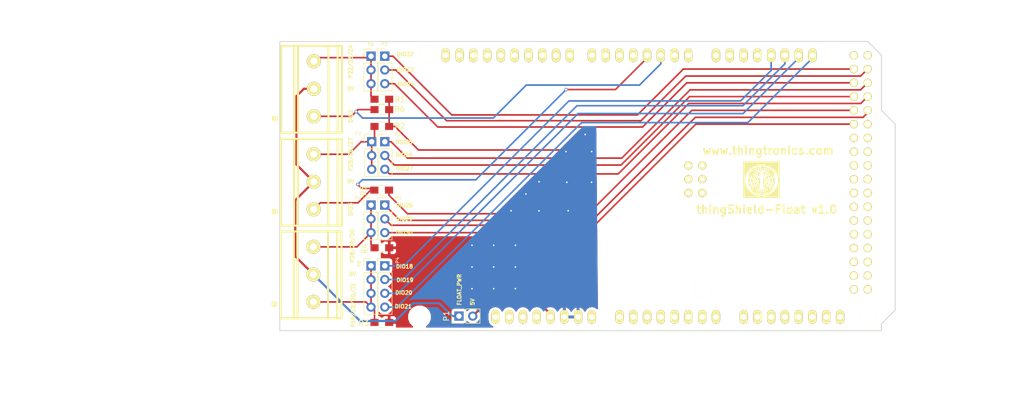
<source format=kicad_pcb>
(kicad_pcb (version 4) (host pcbnew 4.0.4-stable)

  (general
    (links 64)
    (no_connects 0)
    (area 84.13238 43.969615 276.784098 121.059751)
    (thickness 1.6)
    (drawings 45)
    (tracks 153)
    (zones 0)
    (modules 40)
    (nets 91)
  )

  (page A4)
  (title_block
    (title "thingShield-Float v1.0")
    (rev 1.0)
  )

  (layers
    (0 F.Cu signal)
    (31 B.Cu signal)
    (32 B.Adhes user)
    (33 F.Adhes user)
    (34 B.Paste user)
    (35 F.Paste user)
    (36 B.SilkS user)
    (37 F.SilkS user)
    (38 B.Mask user)
    (39 F.Mask user)
    (40 Dwgs.User user)
    (41 Cmts.User user)
    (44 Edge.Cuts user)
    (45 Margin user)
    (46 B.CrtYd user)
    (47 F.CrtYd user)
    (48 B.Fab user)
    (49 F.Fab user)
  )

  (setup
    (last_trace_width 0.3)
    (trace_clearance 0.2)
    (zone_clearance 0.508)
    (zone_45_only yes)
    (trace_min 0.2)
    (segment_width 0.2)
    (edge_width 0.15)
    (via_size 0.6)
    (via_drill 0.4)
    (via_min_size 0.4)
    (via_min_drill 0.3)
    (uvia_size 0.3)
    (uvia_drill 0.1)
    (uvias_allowed no)
    (uvia_min_size 0.2)
    (uvia_min_drill 0.1)
    (pcb_text_width 0.3)
    (pcb_text_size 1.5 1.5)
    (mod_edge_width 0.15)
    (mod_text_size 1 1)
    (mod_text_width 0.15)
    (pad_size 0.6 0.6)
    (pad_drill 0.3)
    (pad_to_mask_clearance 0.2)
    (aux_axis_origin 0 0)
    (visible_elements 7FFFFFFF)
    (pcbplotparams
      (layerselection 0x311fc_80000001)
      (usegerberextensions false)
      (excludeedgelayer true)
      (linewidth 0.100000)
      (plotframeref false)
      (viasonmask false)
      (mode 1)
      (useauxorigin false)
      (hpglpennumber 1)
      (hpglpenspeed 20)
      (hpglpendiameter 15)
      (hpglpenoverlay 2)
      (psnegative false)
      (psa4output false)
      (plotreference true)
      (plotvalue true)
      (plotinvisibletext false)
      (padsonsilk false)
      (subtractmaskfromsilk false)
      (outputformat 1)
      (mirror false)
      (drillshape 0)
      (scaleselection 1)
      (outputdirectory Gerbers/))
  )

  (net 0 "")
  (net 1 5V)
  (net 2 GND)
  (net 3 "Net-(U1-Pad14)")
  (net 4 "Net-(U1-Pad15)")
  (net 5 "Net-(U1-Pad16)")
  (net 6 "Net-(U1-Pad17)")
  (net 7 "Net-(U1-PadAD15)")
  (net 8 "Net-(U1-PadAD14)")
  (net 9 "Net-(U1-PadAD13)")
  (net 10 "Net-(U1-PadAD12)")
  (net 11 "Net-(U1-PadAD8)")
  (net 12 "Net-(U1-PadAD7)")
  (net 13 "Net-(U1-PadAD6)")
  (net 14 "Net-(U1-PadAD9)")
  (net 15 "Net-(U1-PadAD10)")
  (net 16 "Net-(U1-PadAD11)")
  (net 17 "Net-(U1-PadAD5)")
  (net 18 "Net-(U1-PadAD4)")
  (net 19 "Net-(U1-PadAD3)")
  (net 20 "Net-(U1-PadAD0)")
  (net 21 "Net-(U1-PadAD1)")
  (net 22 "Net-(U1-PadAD2)")
  (net 23 "Net-(U1-PadV_IN)")
  (net 24 "Net-(U1-Pad3V3)")
  (net 25 "Net-(U1-Pad0)")
  (net 26 "Net-(U1-Pad1)")
  (net 27 "Net-(U1-PadGND3)")
  (net 28 "Net-(U1-PadAREF)")
  (net 29 "Net-(U1-Pad5V_4)")
  (net 30 "Net-(U1-Pad5V_5)")
  (net 31 "Net-(U1-Pad31)")
  (net 32 "Net-(U1-Pad32)")
  (net 33 "Net-(U1-Pad33)")
  (net 34 "Net-(U1-Pad34)")
  (net 35 "Net-(U1-Pad35)")
  (net 36 "Net-(U1-Pad36)")
  (net 37 "Net-(U1-Pad37)")
  (net 38 "Net-(U1-Pad38)")
  (net 39 "Net-(U1-Pad39)")
  (net 40 "Net-(U1-Pad40)")
  (net 41 "Net-(U1-Pad41)")
  (net 42 "Net-(U1-Pad42)")
  (net 43 "Net-(U1-Pad43)")
  (net 44 "Net-(U1-Pad44)")
  (net 45 "Net-(U1-Pad45)")
  (net 46 "Net-(U1-Pad46)")
  (net 47 "Net-(U1-Pad47)")
  (net 48 "Net-(U1-Pad48)")
  (net 49 "Net-(U1-Pad49)")
  (net 50 "Net-(U1-Pad50)")
  (net 51 "Net-(U1-Pad51)")
  (net 52 "Net-(U1-Pad52)")
  (net 53 "Net-(U1-Pad53)")
  (net 54 "Net-(U1-PadGND4)")
  (net 55 "Net-(U1-PadGND5)")
  (net 56 "Net-(U1-PadIO_R)")
  (net 57 "Net-(U1-PadNC)")
  (net 58 "Net-(U1-PadSDA)")
  (net 59 "Net-(U1-PadSCL)")
  (net 60 "Net-(U1-PadRST)")
  (net 61 5V_IN)
  (net 62 PIN_22)
  (net 63 PIN_23)
  (net 64 PIN_24)
  (net 65 PIN_25)
  (net 66 PIN_26)
  (net 67 PIN_27)
  (net 68 PIN_18)
  (net 69 PIN_19)
  (net 70 PIN_20)
  (net 71 PIN_21)
  (net 72 PIN_28)
  (net 73 PIN_29)
  (net 74 PIN_30)
  (net 75 "Net-(P10-Pad3)")
  (net 76 "Net-(P11-Pad3)")
  (net 77 "Net-(P12-Pad1)")
  (net 78 "Net-(P12-Pad3)")
  (net 79 INT_PIN_2)
  (net 80 INT_PIN_3)
  (net 81 "Net-(U1-Pad4)")
  (net 82 "Net-(U1-Pad5)")
  (net 83 "Net-(U1-Pad6)")
  (net 84 "Net-(U1-Pad7)")
  (net 85 "Net-(U1-Pad8)")
  (net 86 "Net-(U1-Pad9)")
  (net 87 "Net-(U1-Pad10)")
  (net 88 "Net-(U1-Pad11)")
  (net 89 "Net-(U1-Pad12)")
  (net 90 "Net-(U1-Pad13)")

  (net_class Default "This is the default net class."
    (clearance 0.2)
    (trace_width 0.3)
    (via_dia 0.6)
    (via_drill 0.4)
    (uvia_dia 0.3)
    (uvia_drill 0.1)
    (add_net GND)
    (add_net INT_PIN_2)
    (add_net INT_PIN_3)
    (add_net "Net-(P10-Pad3)")
    (add_net "Net-(P11-Pad3)")
    (add_net "Net-(P12-Pad1)")
    (add_net "Net-(P12-Pad3)")
    (add_net "Net-(U1-Pad0)")
    (add_net "Net-(U1-Pad1)")
    (add_net "Net-(U1-Pad10)")
    (add_net "Net-(U1-Pad11)")
    (add_net "Net-(U1-Pad12)")
    (add_net "Net-(U1-Pad13)")
    (add_net "Net-(U1-Pad14)")
    (add_net "Net-(U1-Pad15)")
    (add_net "Net-(U1-Pad16)")
    (add_net "Net-(U1-Pad17)")
    (add_net "Net-(U1-Pad31)")
    (add_net "Net-(U1-Pad32)")
    (add_net "Net-(U1-Pad33)")
    (add_net "Net-(U1-Pad34)")
    (add_net "Net-(U1-Pad35)")
    (add_net "Net-(U1-Pad36)")
    (add_net "Net-(U1-Pad37)")
    (add_net "Net-(U1-Pad38)")
    (add_net "Net-(U1-Pad39)")
    (add_net "Net-(U1-Pad3V3)")
    (add_net "Net-(U1-Pad4)")
    (add_net "Net-(U1-Pad40)")
    (add_net "Net-(U1-Pad41)")
    (add_net "Net-(U1-Pad42)")
    (add_net "Net-(U1-Pad43)")
    (add_net "Net-(U1-Pad44)")
    (add_net "Net-(U1-Pad45)")
    (add_net "Net-(U1-Pad46)")
    (add_net "Net-(U1-Pad47)")
    (add_net "Net-(U1-Pad48)")
    (add_net "Net-(U1-Pad49)")
    (add_net "Net-(U1-Pad5)")
    (add_net "Net-(U1-Pad50)")
    (add_net "Net-(U1-Pad51)")
    (add_net "Net-(U1-Pad52)")
    (add_net "Net-(U1-Pad53)")
    (add_net "Net-(U1-Pad5V_4)")
    (add_net "Net-(U1-Pad5V_5)")
    (add_net "Net-(U1-Pad6)")
    (add_net "Net-(U1-Pad7)")
    (add_net "Net-(U1-Pad8)")
    (add_net "Net-(U1-Pad9)")
    (add_net "Net-(U1-PadAD0)")
    (add_net "Net-(U1-PadAD1)")
    (add_net "Net-(U1-PadAD10)")
    (add_net "Net-(U1-PadAD11)")
    (add_net "Net-(U1-PadAD12)")
    (add_net "Net-(U1-PadAD13)")
    (add_net "Net-(U1-PadAD14)")
    (add_net "Net-(U1-PadAD15)")
    (add_net "Net-(U1-PadAD2)")
    (add_net "Net-(U1-PadAD3)")
    (add_net "Net-(U1-PadAD4)")
    (add_net "Net-(U1-PadAD5)")
    (add_net "Net-(U1-PadAD6)")
    (add_net "Net-(U1-PadAD7)")
    (add_net "Net-(U1-PadAD8)")
    (add_net "Net-(U1-PadAD9)")
    (add_net "Net-(U1-PadAREF)")
    (add_net "Net-(U1-PadGND3)")
    (add_net "Net-(U1-PadGND4)")
    (add_net "Net-(U1-PadGND5)")
    (add_net "Net-(U1-PadIO_R)")
    (add_net "Net-(U1-PadNC)")
    (add_net "Net-(U1-PadRST)")
    (add_net "Net-(U1-PadSCL)")
    (add_net "Net-(U1-PadSDA)")
    (add_net "Net-(U1-PadV_IN)")
    (add_net PIN_18)
    (add_net PIN_19)
    (add_net PIN_20)
    (add_net PIN_21)
    (add_net PIN_22)
    (add_net PIN_23)
    (add_net PIN_24)
    (add_net PIN_25)
    (add_net PIN_26)
    (add_net PIN_27)
    (add_net PIN_28)
    (add_net PIN_29)
    (add_net PIN_30)
  )

  (net_class Power ""
    (clearance 0.3)
    (trace_width 0.4)
    (via_dia 0.6)
    (via_drill 0.4)
    (uvia_dia 0.3)
    (uvia_drill 0.1)
    (add_net 5V)
    (add_net 5V_IN)
  )

  (module via:VIA_0.6mm (layer F.Cu) (tedit 58F8A595) (tstamp 58F8AA36)
    (at 179.26 96.73)
    (fp_text reference REF** (at 0 -2.6) (layer F.Fab) hide
      (effects (font (size 1 1) (thickness 0.15)))
    )
    (fp_text value VIA_0.6mm (at 0.05 -1.45) (layer F.Fab) hide
      (effects (font (size 1 1) (thickness 0.15)))
    )
    (pad 1 thru_hole circle (at 0 0) (size 0.6 0.6) (drill 0.3) (layers *.Cu)
      (net 2 GND) (zone_connect 2))
  )

  (module via:VIA_0.6mm (layer F.Cu) (tedit 58F8A595) (tstamp 58F8AA32)
    (at 175.26 96.73)
    (fp_text reference REF** (at 0 -2.6) (layer F.Fab) hide
      (effects (font (size 1 1) (thickness 0.15)))
    )
    (fp_text value VIA_0.6mm (at 0.05 -1.45) (layer F.Fab) hide
      (effects (font (size 1 1) (thickness 0.15)))
    )
    (pad 1 thru_hole circle (at 0 0) (size 0.6 0.6) (drill 0.3) (layers *.Cu)
      (net 2 GND) (zone_connect 2))
  )

  (module via:VIA_0.6mm (layer F.Cu) (tedit 58F8A595) (tstamp 58F8AA2E)
    (at 171.26 96.73)
    (fp_text reference REF** (at 0 -2.6) (layer F.Fab) hide
      (effects (font (size 1 1) (thickness 0.15)))
    )
    (fp_text value VIA_0.6mm (at 0.05 -1.45) (layer F.Fab) hide
      (effects (font (size 1 1) (thickness 0.15)))
    )
    (pad 1 thru_hole circle (at 0 0) (size 0.6 0.6) (drill 0.3) (layers *.Cu)
      (net 2 GND) (zone_connect 2))
  )

  (module via:VIA_0.6mm (layer F.Cu) (tedit 58F8A595) (tstamp 58F8AA2A)
    (at 179.26 92.73)
    (fp_text reference REF** (at 0 -2.6) (layer F.Fab) hide
      (effects (font (size 1 1) (thickness 0.15)))
    )
    (fp_text value VIA_0.6mm (at 0.05 -1.45) (layer F.Fab) hide
      (effects (font (size 1 1) (thickness 0.15)))
    )
    (pad 1 thru_hole circle (at 0 0) (size 0.6 0.6) (drill 0.3) (layers *.Cu)
      (net 2 GND) (zone_connect 2))
  )

  (module via:VIA_0.6mm (layer F.Cu) (tedit 58F8A595) (tstamp 58F8AA26)
    (at 175.26 92.73)
    (fp_text reference REF** (at 0 -2.6) (layer F.Fab) hide
      (effects (font (size 1 1) (thickness 0.15)))
    )
    (fp_text value VIA_0.6mm (at 0.05 -1.45) (layer F.Fab) hide
      (effects (font (size 1 1) (thickness 0.15)))
    )
    (pad 1 thru_hole circle (at 0 0) (size 0.6 0.6) (drill 0.3) (layers *.Cu)
      (net 2 GND) (zone_connect 2))
  )

  (module via:VIA_0.6mm (layer F.Cu) (tedit 58F8A595) (tstamp 58F8AA22)
    (at 171.26 92.73)
    (fp_text reference REF** (at 0 -2.6) (layer F.Fab) hide
      (effects (font (size 1 1) (thickness 0.15)))
    )
    (fp_text value VIA_0.6mm (at 0.05 -1.45) (layer F.Fab) hide
      (effects (font (size 1 1) (thickness 0.15)))
    )
    (pad 1 thru_hole circle (at 0 0) (size 0.6 0.6) (drill 0.3) (layers *.Cu)
      (net 2 GND) (zone_connect 2))
  )

  (module via:VIA_0.6mm (layer F.Cu) (tedit 58F8A595) (tstamp 58F8AA1E)
    (at 179.26 88.73)
    (fp_text reference REF** (at 0 -2.6) (layer F.Fab) hide
      (effects (font (size 1 1) (thickness 0.15)))
    )
    (fp_text value VIA_0.6mm (at 0.05 -1.45) (layer F.Fab) hide
      (effects (font (size 1 1) (thickness 0.15)))
    )
    (pad 1 thru_hole circle (at 0 0) (size 0.6 0.6) (drill 0.3) (layers *.Cu)
      (net 2 GND) (zone_connect 2))
  )

  (module via:VIA_0.6mm (layer F.Cu) (tedit 58F8A595) (tstamp 58F8AA1A)
    (at 175.26 88.73)
    (fp_text reference REF** (at 0 -2.6) (layer F.Fab) hide
      (effects (font (size 1 1) (thickness 0.15)))
    )
    (fp_text value VIA_0.6mm (at 0.05 -1.45) (layer F.Fab) hide
      (effects (font (size 1 1) (thickness 0.15)))
    )
    (pad 1 thru_hole circle (at 0 0) (size 0.6 0.6) (drill 0.3) (layers *.Cu)
      (net 2 GND) (zone_connect 2))
  )

  (module via:VIA_0.6mm (layer F.Cu) (tedit 58F8A595) (tstamp 58F8A93A)
    (at 183.61 82.38)
    (fp_text reference REF** (at 0 -2.6) (layer F.Fab) hide
      (effects (font (size 1 1) (thickness 0.15)))
    )
    (fp_text value VIA_0.6mm (at 0.05 -1.45) (layer F.Fab) hide
      (effects (font (size 1 1) (thickness 0.15)))
    )
    (pad 1 thru_hole circle (at 0 0) (size 0.6 0.6) (drill 0.3) (layers *.Cu)
      (net 2 GND) (zone_connect 2))
  )

  (module via:VIA_0.6mm (layer F.Cu) (tedit 58F8A595) (tstamp 58F8A932)
    (at 188.98 82.36)
    (fp_text reference REF** (at 0 -2.6) (layer F.Fab) hide
      (effects (font (size 1 1) (thickness 0.15)))
    )
    (fp_text value VIA_0.6mm (at 0.05 -1.45) (layer F.Fab) hide
      (effects (font (size 1 1) (thickness 0.15)))
    )
    (pad 1 thru_hole circle (at 0 0) (size 0.6 0.6) (drill 0.3) (layers *.Cu)
      (net 2 GND) (zone_connect 2))
  )

  (module via:VIA_0.6mm (layer F.Cu) (tedit 58F8A595) (tstamp 58F8A92A)
    (at 193.29 77.1)
    (fp_text reference REF** (at 0 -2.6) (layer F.Fab) hide
      (effects (font (size 1 1) (thickness 0.15)))
    )
    (fp_text value VIA_0.6mm (at 0.05 -1.45) (layer F.Fab) hide
      (effects (font (size 1 1) (thickness 0.15)))
    )
    (pad 1 thru_hole circle (at 0 0) (size 0.6 0.6) (drill 0.3) (layers *.Cu)
      (net 2 GND) (zone_connect 2))
  )

  (module via:VIA_0.6mm (layer F.Cu) (tedit 58F8A595) (tstamp 58F8A926)
    (at 188.73 77.11)
    (fp_text reference REF** (at 0 -2.6) (layer F.Fab) hide
      (effects (font (size 1 1) (thickness 0.15)))
    )
    (fp_text value VIA_0.6mm (at 0.05 -1.45) (layer F.Fab) hide
      (effects (font (size 1 1) (thickness 0.15)))
    )
    (pad 1 thru_hole circle (at 0 0) (size 0.6 0.6) (drill 0.3) (layers *.Cu)
      (net 2 GND) (zone_connect 2))
  )

  (module via:VIA_0.6mm (layer F.Cu) (tedit 58F8A595) (tstamp 58F8A922)
    (at 183.62 77.01)
    (fp_text reference REF** (at 0 -2.6) (layer F.Fab) hide
      (effects (font (size 1 1) (thickness 0.15)))
    )
    (fp_text value VIA_0.6mm (at 0.05 -1.45) (layer F.Fab) hide
      (effects (font (size 1 1) (thickness 0.15)))
    )
    (pad 1 thru_hole circle (at 0 0) (size 0.6 0.6) (drill 0.3) (layers *.Cu)
      (net 2 GND) (zone_connect 2))
  )

  (module via:VIA_0.6mm (layer F.Cu) (tedit 58F8A595) (tstamp 58F8A91E)
    (at 181.19 79.27)
    (fp_text reference REF** (at 0 -2.6) (layer F.Fab) hide
      (effects (font (size 1 1) (thickness 0.15)))
    )
    (fp_text value VIA_0.6mm (at 0.05 -1.45) (layer F.Fab) hide
      (effects (font (size 1 1) (thickness 0.15)))
    )
    (pad 1 thru_hole circle (at 0 0) (size 0.6 0.6) (drill 0.3) (layers *.Cu)
      (net 2 GND) (zone_connect 2))
  )

  (module via:VIA_0.6mm (layer F.Cu) (tedit 58F8A595) (tstamp 58F8A8F7)
    (at 193.3 71.44)
    (fp_text reference REF** (at 0 -2.6) (layer F.Fab) hide
      (effects (font (size 1 1) (thickness 0.15)))
    )
    (fp_text value VIA_0.6mm (at 0.05 -1.45) (layer F.Fab) hide
      (effects (font (size 1 1) (thickness 0.15)))
    )
    (pad 1 thru_hole circle (at 0 0) (size 0.6 0.6) (drill 0.3) (layers *.Cu)
      (net 2 GND) (zone_connect 2))
  )

  (module via:VIA_0.6mm (layer F.Cu) (tedit 58F8A595) (tstamp 58F8A8F3)
    (at 192.12 68.29)
    (fp_text reference REF** (at 0 -2.6) (layer F.Fab) hide
      (effects (font (size 1 1) (thickness 0.15)))
    )
    (fp_text value VIA_0.6mm (at 0.05 -1.45) (layer F.Fab) hide
      (effects (font (size 1 1) (thickness 0.15)))
    )
    (pad 1 thru_hole circle (at 0 0) (size 0.6 0.6) (drill 0.3) (layers *.Cu)
      (net 2 GND) (zone_connect 2))
  )

  (module via:VIA_0.6mm (layer F.Cu) (tedit 58F8A595) (tstamp 58F8A5EE)
    (at 171.26 88.73)
    (fp_text reference REF** (at 0 -2.6) (layer F.Fab) hide
      (effects (font (size 1 1) (thickness 0.15)))
    )
    (fp_text value VIA_0.6mm (at 0.05 -1.45) (layer F.Fab) hide
      (effects (font (size 1 1) (thickness 0.15)))
    )
    (pad 1 thru_hole circle (at 0 0) (size 0.6 0.6) (drill 0.3) (layers *.Cu)
      (net 2 GND) (zone_connect 2))
  )

  (module via:VIA_0.6mm (layer F.Cu) (tedit 58F8A595) (tstamp 58F8A5C6)
    (at 188.58 71.45)
    (fp_text reference REF** (at 0 -2.6) (layer F.Fab) hide
      (effects (font (size 1 1) (thickness 0.15)))
    )
    (fp_text value VIA_0.6mm (at 0.05 -1.45) (layer F.Fab) hide
      (effects (font (size 1 1) (thickness 0.15)))
    )
    (pad 1 thru_hole circle (at 0 0) (size 0.6 0.6) (drill 0.3) (layers *.Cu)
      (net 2 GND) (zone_connect 2))
  )

  (module Pin_Headers:Pin_Header_Straight_1x03_Pitch2.54mm (layer F.Cu) (tedit 58F89A5A) (tstamp 58F889A1)
    (at 155.2 53.85)
    (descr "Through hole straight pin header, 1x03, 2.54mm pitch, single row")
    (tags "Through hole pin header THT 1x03 2.54mm single row")
    (path /58F8947E)
    (fp_text reference P2 (at -0.03 -2.2) (layer F.SilkS)
      (effects (font (size 0.6 0.6) (thickness 0.1)))
    )
    (fp_text value JUMP1_CON1_PIN3 (at 2.52 -0.03 90) (layer F.Fab)
      (effects (font (size 1 1) (thickness 0.15)))
    )
    (fp_line (start -1.27 -1.27) (end -1.27 6.35) (layer F.Fab) (width 0.1))
    (fp_line (start -1.27 6.35) (end 1.27 6.35) (layer F.Fab) (width 0.1))
    (fp_line (start 1.27 6.35) (end 1.27 -1.27) (layer F.Fab) (width 0.1))
    (fp_line (start 1.27 -1.27) (end -1.27 -1.27) (layer F.Fab) (width 0.1))
    (fp_line (start -1.33 1.27) (end -1.33 6.41) (layer F.SilkS) (width 0.12))
    (fp_line (start -1.33 6.41) (end 1.33 6.41) (layer F.SilkS) (width 0.12))
    (fp_line (start 1.33 6.41) (end 1.33 1.27) (layer F.SilkS) (width 0.12))
    (fp_line (start 1.33 1.27) (end -1.33 1.27) (layer F.SilkS) (width 0.12))
    (fp_line (start -1.33 0) (end -1.33 -1.33) (layer F.SilkS) (width 0.12))
    (fp_line (start -1.33 -1.33) (end 0 -1.33) (layer F.SilkS) (width 0.12))
    (fp_line (start -1.8 -1.8) (end -1.8 6.85) (layer F.CrtYd) (width 0.05))
    (fp_line (start -1.8 6.85) (end 1.8 6.85) (layer F.CrtYd) (width 0.05))
    (fp_line (start 1.8 6.85) (end 1.8 -1.8) (layer F.CrtYd) (width 0.05))
    (fp_line (start 1.8 -1.8) (end -1.8 -1.8) (layer F.CrtYd) (width 0.05))
    (fp_text user %R (at 0 -2.33) (layer F.Fab)
      (effects (font (size 1 1) (thickness 0.15)))
    )
    (pad 1 thru_hole rect (at 0 0) (size 1.7 1.7) (drill 1) (layers *.Cu *.Mask)
      (net 62 PIN_22))
    (pad 2 thru_hole oval (at 0 2.54) (size 1.7 1.7) (drill 1) (layers *.Cu *.Mask)
      (net 63 PIN_23))
    (pad 3 thru_hole oval (at 0 5.08) (size 1.7 1.7) (drill 1) (layers *.Cu *.Mask)
      (net 64 PIN_24))
    (model ${KISYS3DMOD}/Pin_Headers.3dshapes/Pin_Header_Straight_1x03_Pitch2.54mm.wrl
      (at (xyz 0 -0.1 0))
      (scale (xyz 1 1 1))
      (rotate (xyz 0 0 90))
    )
  )

  (module Resistors_SMD:R_0805_HandSoldering (layer F.Cu) (tedit 58E0A804) (tstamp 58F4C8A0)
    (at 154.65 61.79)
    (descr "Resistor SMD 0805, hand soldering")
    (tags "resistor 0805")
    (path /58FA10C5)
    (attr smd)
    (fp_text reference R1 (at 3.35 0.05) (layer F.SilkS)
      (effects (font (size 1 1) (thickness 0.15)))
    )
    (fp_text value 10K (at -3.91 0.18 180) (layer F.Fab)
      (effects (font (size 1 1) (thickness 0.15)))
    )
    (fp_text user %R (at 0 -0.21) (layer F.Fab)
      (effects (font (size 0.5 0.5) (thickness 0.075)))
    )
    (fp_line (start -1 0.62) (end -1 -0.62) (layer F.Fab) (width 0.1))
    (fp_line (start 1 0.62) (end -1 0.62) (layer F.Fab) (width 0.1))
    (fp_line (start 1 -0.62) (end 1 0.62) (layer F.Fab) (width 0.1))
    (fp_line (start -1 -0.62) (end 1 -0.62) (layer F.Fab) (width 0.1))
    (fp_line (start 0.6 0.88) (end -0.6 0.88) (layer F.SilkS) (width 0.12))
    (fp_line (start -0.6 -0.88) (end 0.6 -0.88) (layer F.SilkS) (width 0.12))
    (fp_line (start -2.35 -0.9) (end 2.35 -0.9) (layer F.CrtYd) (width 0.05))
    (fp_line (start -2.35 -0.9) (end -2.35 0.9) (layer F.CrtYd) (width 0.05))
    (fp_line (start 2.35 0.9) (end 2.35 -0.9) (layer F.CrtYd) (width 0.05))
    (fp_line (start 2.35 0.9) (end -2.35 0.9) (layer F.CrtYd) (width 0.05))
    (pad 1 smd rect (at -1.35 0) (size 1.5 1.3) (layers F.Cu F.Paste F.Mask)
      (net 75 "Net-(P10-Pad3)"))
    (pad 2 smd rect (at 1.35 0) (size 1.5 1.3) (layers F.Cu F.Paste F.Mask)
      (net 2 GND))
    (model ${KISYS3DMOD}/Resistors_SMD.3dshapes/R_0805.wrl
      (at (xyz 0 0 0))
      (scale (xyz 1 1 1))
      (rotate (xyz 0 0 0))
    )
  )

  (module Resistors_SMD:R_0805_HandSoldering (layer F.Cu) (tedit 58E0A804) (tstamp 58F4C8A6)
    (at 154.65 66.81)
    (descr "Resistor SMD 0805, hand soldering")
    (tags "resistor 0805")
    (path /58F9F709)
    (attr smd)
    (fp_text reference R2 (at 3.31 -0.09) (layer F.SilkS)
      (effects (font (size 1 1) (thickness 0.15)))
    )
    (fp_text value 10K (at 0.74 -1.4 180) (layer F.Fab)
      (effects (font (size 1 1) (thickness 0.15)))
    )
    (fp_text user %R (at 0.02 0.07) (layer F.Fab)
      (effects (font (size 0.5 0.5) (thickness 0.075)))
    )
    (fp_line (start -1 0.62) (end -1 -0.62) (layer F.Fab) (width 0.1))
    (fp_line (start 1 0.62) (end -1 0.62) (layer F.Fab) (width 0.1))
    (fp_line (start 1 -0.62) (end 1 0.62) (layer F.Fab) (width 0.1))
    (fp_line (start -1 -0.62) (end 1 -0.62) (layer F.Fab) (width 0.1))
    (fp_line (start 0.6 0.88) (end -0.6 0.88) (layer F.SilkS) (width 0.12))
    (fp_line (start -0.6 -0.88) (end 0.6 -0.88) (layer F.SilkS) (width 0.12))
    (fp_line (start -2.35 -0.9) (end 2.35 -0.9) (layer F.CrtYd) (width 0.05))
    (fp_line (start -2.35 -0.9) (end -2.35 0.9) (layer F.CrtYd) (width 0.05))
    (fp_line (start 2.35 0.9) (end 2.35 -0.9) (layer F.CrtYd) (width 0.05))
    (fp_line (start 2.35 0.9) (end -2.35 0.9) (layer F.CrtYd) (width 0.05))
    (pad 1 smd rect (at -1.35 0) (size 1.5 1.3) (layers F.Cu F.Paste F.Mask)
      (net 76 "Net-(P11-Pad3)"))
    (pad 2 smd rect (at 1.35 0) (size 1.5 1.3) (layers F.Cu F.Paste F.Mask)
      (net 2 GND))
    (model ${KISYS3DMOD}/Resistors_SMD.3dshapes/R_0805.wrl
      (at (xyz 0 0 0))
      (scale (xyz 1 1 1))
      (rotate (xyz 0 0 0))
    )
  )

  (module Resistors_SMD:R_0805_HandSoldering (layer F.Cu) (tedit 58E0A804) (tstamp 58F4C8AC)
    (at 154.65 102.96)
    (descr "Resistor SMD 0805, hand soldering")
    (tags "resistor 0805")
    (path /58F9E1BD)
    (attr smd)
    (fp_text reference R3 (at -3.33 0.13 180) (layer F.SilkS)
      (effects (font (size 1 1) (thickness 0.15)))
    )
    (fp_text value 10K (at -4.16 0.75) (layer F.Fab)
      (effects (font (size 1 1) (thickness 0.15)))
    )
    (fp_text user %R (at 0.03 0.16) (layer F.Fab)
      (effects (font (size 0.5 0.5) (thickness 0.075)))
    )
    (fp_line (start -1 0.62) (end -1 -0.62) (layer F.Fab) (width 0.1))
    (fp_line (start 1 0.62) (end -1 0.62) (layer F.Fab) (width 0.1))
    (fp_line (start 1 -0.62) (end 1 0.62) (layer F.Fab) (width 0.1))
    (fp_line (start -1 -0.62) (end 1 -0.62) (layer F.Fab) (width 0.1))
    (fp_line (start 0.6 0.88) (end -0.6 0.88) (layer F.SilkS) (width 0.12))
    (fp_line (start -0.6 -0.88) (end 0.6 -0.88) (layer F.SilkS) (width 0.12))
    (fp_line (start -2.35 -0.9) (end 2.35 -0.9) (layer F.CrtYd) (width 0.05))
    (fp_line (start -2.35 -0.9) (end -2.35 0.9) (layer F.CrtYd) (width 0.05))
    (fp_line (start 2.35 0.9) (end 2.35 -0.9) (layer F.CrtYd) (width 0.05))
    (fp_line (start 2.35 0.9) (end -2.35 0.9) (layer F.CrtYd) (width 0.05))
    (pad 1 smd rect (at -1.35 0) (size 1.5 1.3) (layers F.Cu F.Paste F.Mask)
      (net 77 "Net-(P12-Pad1)"))
    (pad 2 smd rect (at 1.35 0) (size 1.5 1.3) (layers F.Cu F.Paste F.Mask)
      (net 2 GND))
    (model ${KISYS3DMOD}/Resistors_SMD.3dshapes/R_0805.wrl
      (at (xyz 0 0 0))
      (scale (xyz 1 1 1))
      (rotate (xyz 0 0 0))
    )
  )

  (module Resistors_SMD:R_0805_HandSoldering (layer F.Cu) (tedit 58E0A804) (tstamp 58F4C8B2)
    (at 154.66 89.19)
    (descr "Resistor SMD 0805, hand soldering")
    (tags "resistor 0805")
    (path /58F9F2A5)
    (attr smd)
    (fp_text reference R4 (at -3.13 0.15 90) (layer F.SilkS)
      (effects (font (size 1 1) (thickness 0.15)))
    )
    (fp_text value 10K (at 3.81 -0.01) (layer F.Fab)
      (effects (font (size 1 1) (thickness 0.15)))
    )
    (fp_text user %R (at 0.03 0.32) (layer F.Fab)
      (effects (font (size 0.5 0.5) (thickness 0.075)))
    )
    (fp_line (start -1 0.62) (end -1 -0.62) (layer F.Fab) (width 0.1))
    (fp_line (start 1 0.62) (end -1 0.62) (layer F.Fab) (width 0.1))
    (fp_line (start 1 -0.62) (end 1 0.62) (layer F.Fab) (width 0.1))
    (fp_line (start -1 -0.62) (end 1 -0.62) (layer F.Fab) (width 0.1))
    (fp_line (start 0.6 0.88) (end -0.6 0.88) (layer F.SilkS) (width 0.12))
    (fp_line (start -0.6 -0.88) (end 0.6 -0.88) (layer F.SilkS) (width 0.12))
    (fp_line (start -2.35 -0.9) (end 2.35 -0.9) (layer F.CrtYd) (width 0.05))
    (fp_line (start -2.35 -0.9) (end -2.35 0.9) (layer F.CrtYd) (width 0.05))
    (fp_line (start 2.35 0.9) (end 2.35 -0.9) (layer F.CrtYd) (width 0.05))
    (fp_line (start 2.35 0.9) (end -2.35 0.9) (layer F.CrtYd) (width 0.05))
    (pad 1 smd rect (at -1.35 0) (size 1.5 1.3) (layers F.Cu F.Paste F.Mask)
      (net 78 "Net-(P12-Pad3)"))
    (pad 2 smd rect (at 1.35 0) (size 1.5 1.3) (layers F.Cu F.Paste F.Mask)
      (net 2 GND))
    (model ${KISYS3DMOD}/Resistors_SMD.3dshapes/R_0805.wrl
      (at (xyz 0 0 0))
      (scale (xyz 1 1 1))
      (rotate (xyz 0 0 0))
    )
  )

  (module Arduino:ARDUINO_MEGA_SHIELD locked (layer F.Cu) (tedit 58F5FC00) (tstamp 58F4C92A)
    (at 147.63 104.48)
    (descr http://www.thingiverse.com/thing:9630)
    (path /58F87CEF)
    (fp_text reference U1 (at 6.35 -57.15) (layer F.SilkS) hide
      (effects (font (thickness 0.3048)))
    )
    (fp_text value ARDUINO_MEGA_SHIELD (at 13.97 -54.61) (layer F.SilkS) hide
      (effects (font (thickness 0.3048)))
    )
    (fp_line (start 0 -12.7) (end 12.065 -12.7) (layer Cmts.User) (width 0.127))
    (fp_line (start 12.065 -12.7) (end 12.065 0) (layer Cmts.User) (width 0.127))
    (fp_line (start 99.06 0) (end 0 0) (layer Cmts.User) (width 0.381))
    (fp_line (start 97.79 -53.34) (end 0 -53.34) (layer Cmts.User) (width 0.381))
    (fp_line (start 99.06 -40.64) (end 99.06 -52.07) (layer Cmts.User) (width 0.381))
    (fp_line (start 99.06 -52.07) (end 97.79 -53.34) (layer Cmts.User) (width 0.381))
    (fp_line (start 0 0) (end 0 -53.34) (layer Cmts.User) (width 0.381))
    (fp_line (start 99.06 -40.64) (end 101.6 -38.1) (layer Cmts.User) (width 0.381))
    (fp_line (start 101.6 -38.1) (end 101.6 -5.08) (layer Cmts.User) (width 0.381))
    (fp_line (start 101.6 -5.08) (end 99.06 -2.54) (layer Cmts.User) (width 0.381))
    (fp_line (start 99.06 -2.54) (end 99.06 0) (layer Cmts.User) (width 0.381))
    (pad 14 thru_hole oval (at 68.58 -50.8 90) (size 2.54 1.524) (drill 1.016) (layers *.Cu *.Mask F.SilkS)
      (net 3 "Net-(U1-Pad14)"))
    (pad 15 thru_hole oval (at 71.12 -50.8 90) (size 2.54 1.524) (drill 1.016) (layers *.Cu *.Mask F.SilkS)
      (net 4 "Net-(U1-Pad15)"))
    (pad 16 thru_hole oval (at 73.66 -50.8 90) (size 2.54 1.524) (drill 1.016) (layers *.Cu *.Mask F.SilkS)
      (net 5 "Net-(U1-Pad16)"))
    (pad 17 thru_hole oval (at 76.2 -50.8 90) (size 2.54 1.524) (drill 1.016) (layers *.Cu *.Mask F.SilkS)
      (net 6 "Net-(U1-Pad17)"))
    (pad 18 thru_hole oval (at 78.74 -50.8 90) (size 2.54 1.524) (drill 1.016) (layers *.Cu *.Mask F.SilkS)
      (net 68 PIN_18))
    (pad 19 thru_hole oval (at 81.28 -50.8 90) (size 2.54 1.524) (drill 1.016) (layers *.Cu *.Mask F.SilkS)
      (net 69 PIN_19))
    (pad 20 thru_hole oval (at 83.82 -50.8 90) (size 2.54 1.524) (drill 1.016) (layers *.Cu *.Mask F.SilkS)
      (net 70 PIN_20))
    (pad 21 thru_hole oval (at 86.36 -50.8 90) (size 2.54 1.524) (drill 1.016) (layers *.Cu *.Mask F.SilkS)
      (net 71 PIN_21))
    (pad AD15 thru_hole oval (at 91.44 -2.54 90) (size 2.54 1.524) (drill 1.016) (layers *.Cu *.Mask F.SilkS)
      (net 7 "Net-(U1-PadAD15)"))
    (pad AD14 thru_hole oval (at 88.9 -2.54 90) (size 2.54 1.524) (drill 1.016) (layers *.Cu *.Mask F.SilkS)
      (net 8 "Net-(U1-PadAD14)"))
    (pad AD13 thru_hole oval (at 86.36 -2.54 90) (size 2.54 1.524) (drill 1.016) (layers *.Cu *.Mask F.SilkS)
      (net 9 "Net-(U1-PadAD13)"))
    (pad AD12 thru_hole oval (at 83.82 -2.54 90) (size 2.54 1.524) (drill 1.016) (layers *.Cu *.Mask F.SilkS)
      (net 10 "Net-(U1-PadAD12)"))
    (pad AD8 thru_hole oval (at 73.66 -2.54 90) (size 2.54 1.524) (drill 1.016) (layers *.Cu *.Mask F.SilkS)
      (net 11 "Net-(U1-PadAD8)"))
    (pad AD7 thru_hole oval (at 68.58 -2.54 90) (size 2.54 1.524) (drill 1.016) (layers *.Cu *.Mask F.SilkS)
      (net 12 "Net-(U1-PadAD7)"))
    (pad AD6 thru_hole oval (at 66.04 -2.54 90) (size 2.54 1.524) (drill 1.016) (layers *.Cu *.Mask F.SilkS)
      (net 13 "Net-(U1-PadAD6)"))
    (pad AD9 thru_hole oval (at 76.2 -2.54 90) (size 2.54 1.524) (drill 1.016) (layers *.Cu *.Mask F.SilkS)
      (net 14 "Net-(U1-PadAD9)"))
    (pad AD10 thru_hole oval (at 78.74 -2.54 90) (size 2.54 1.524) (drill 1.016) (layers *.Cu *.Mask F.SilkS)
      (net 15 "Net-(U1-PadAD10)"))
    (pad AD11 thru_hole oval (at 81.28 -2.54 90) (size 2.54 1.524) (drill 1.016) (layers *.Cu *.Mask F.SilkS)
      (net 16 "Net-(U1-PadAD11)"))
    (pad AD5 thru_hole oval (at 63.5 -2.54 90) (size 2.54 1.524) (drill 1.016) (layers *.Cu *.Mask F.SilkS)
      (net 17 "Net-(U1-PadAD5)"))
    (pad AD4 thru_hole oval (at 60.96 -2.54 90) (size 2.54 1.524) (drill 1.016) (layers *.Cu *.Mask F.SilkS)
      (net 18 "Net-(U1-PadAD4)"))
    (pad AD3 thru_hole oval (at 58.42 -2.54 90) (size 2.54 1.524) (drill 1.016) (layers *.Cu *.Mask F.SilkS)
      (net 19 "Net-(U1-PadAD3)"))
    (pad AD0 thru_hole oval (at 50.8 -2.54 90) (size 2.54 1.524) (drill 1.016) (layers *.Cu *.Mask F.SilkS)
      (net 20 "Net-(U1-PadAD0)"))
    (pad AD1 thru_hole oval (at 53.34 -2.54 90) (size 2.54 1.524) (drill 1.016) (layers *.Cu *.Mask F.SilkS)
      (net 21 "Net-(U1-PadAD1)"))
    (pad AD2 thru_hole oval (at 55.88 -2.54 90) (size 2.54 1.524) (drill 1.016) (layers *.Cu *.Mask F.SilkS)
      (net 22 "Net-(U1-PadAD2)"))
    (pad V_IN thru_hole oval (at 45.72 -2.54 90) (size 2.54 1.524) (drill 1.016) (layers *.Cu *.Mask F.SilkS)
      (net 23 "Net-(U1-PadV_IN)"))
    (pad GND2 thru_hole oval (at 43.18 -2.54 90) (size 2.54 1.524) (drill 1.016) (layers *.Cu *.Mask F.SilkS)
      (net 2 GND))
    (pad GND1 thru_hole oval (at 40.64 -2.54 90) (size 2.54 1.524) (drill 1.016) (layers *.Cu *.Mask F.SilkS)
      (net 2 GND))
    (pad 3V3 thru_hole oval (at 35.56 -2.54 90) (size 2.54 1.524) (drill 1.016) (layers *.Cu *.Mask F.SilkS)
      (net 24 "Net-(U1-Pad3V3)"))
    (pad RST thru_hole oval (at 33.02 -2.54 90) (size 2.54 1.524) (drill 1.016) (layers *.Cu *.Mask F.SilkS)
      (net 60 "Net-(U1-PadRST)"))
    (pad 0 thru_hole oval (at 63.5 -50.8 90) (size 2.54 1.524) (drill 1.016) (layers *.Cu *.Mask F.SilkS)
      (net 25 "Net-(U1-Pad0)"))
    (pad 1 thru_hole oval (at 60.96 -50.8 90) (size 2.54 1.524) (drill 1.016) (layers *.Cu *.Mask F.SilkS)
      (net 26 "Net-(U1-Pad1)"))
    (pad 2 thru_hole oval (at 58.42 -50.8 90) (size 2.54 1.524) (drill 1.016) (layers *.Cu *.Mask F.SilkS)
      (net 79 INT_PIN_2))
    (pad 3 thru_hole oval (at 55.88 -50.8 90) (size 2.54 1.524) (drill 1.016) (layers *.Cu *.Mask F.SilkS)
      (net 80 INT_PIN_3))
    (pad 4 thru_hole oval (at 53.34 -50.8 90) (size 2.54 1.524) (drill 1.016) (layers *.Cu *.Mask F.SilkS)
      (net 81 "Net-(U1-Pad4)"))
    (pad 5 thru_hole oval (at 50.8 -50.8 90) (size 2.54 1.524) (drill 1.016) (layers *.Cu *.Mask F.SilkS)
      (net 82 "Net-(U1-Pad5)"))
    (pad 6 thru_hole oval (at 48.26 -50.8 90) (size 2.54 1.524) (drill 1.016) (layers *.Cu *.Mask F.SilkS)
      (net 83 "Net-(U1-Pad6)"))
    (pad 7 thru_hole oval (at 45.72 -50.8 90) (size 2.54 1.524) (drill 1.016) (layers *.Cu *.Mask F.SilkS)
      (net 84 "Net-(U1-Pad7)"))
    (pad 8 thru_hole oval (at 41.656 -50.8 90) (size 2.54 1.524) (drill 1.016) (layers *.Cu *.Mask F.SilkS)
      (net 85 "Net-(U1-Pad8)"))
    (pad 9 thru_hole oval (at 39.116 -50.8 90) (size 2.54 1.524) (drill 1.016) (layers *.Cu *.Mask F.SilkS)
      (net 86 "Net-(U1-Pad9)"))
    (pad 10 thru_hole oval (at 36.576 -50.8 90) (size 2.54 1.524) (drill 1.016) (layers *.Cu *.Mask F.SilkS)
      (net 87 "Net-(U1-Pad10)"))
    (pad 11 thru_hole oval (at 34.036 -50.8 90) (size 2.54 1.524) (drill 1.016) (layers *.Cu *.Mask F.SilkS)
      (net 88 "Net-(U1-Pad11)"))
    (pad 12 thru_hole oval (at 31.496 -50.8 90) (size 2.54 1.524) (drill 1.016) (layers *.Cu *.Mask F.SilkS)
      (net 89 "Net-(U1-Pad12)"))
    (pad 13 thru_hole oval (at 28.956 -50.8 90) (size 2.54 1.524) (drill 1.016) (layers *.Cu *.Mask F.SilkS)
      (net 90 "Net-(U1-Pad13)"))
    (pad GND3 thru_hole oval (at 26.416 -50.8 90) (size 2.54 1.524) (drill 1.016) (layers *.Cu *.Mask F.SilkS)
      (net 27 "Net-(U1-PadGND3)"))
    (pad AREF thru_hole oval (at 23.876 -50.8 90) (size 2.54 1.524) (drill 1.016) (layers *.Cu *.Mask F.SilkS)
      (net 28 "Net-(U1-PadAREF)"))
    (pad 5V thru_hole oval (at 38.1 -2.54 90) (size 2.54 1.524) (drill 1.016) (layers *.Cu *.Mask F.SilkS)
      (net 1 5V))
    (pad "" np_thru_hole circle (at 96.52 -2.54 90) (size 3.175 3.175) (drill 3.175) (layers *.Cu *.Mask F.SilkS))
    (pad "" np_thru_hole circle (at 90.17 -50.8 90) (size 3.175 3.175) (drill 3.175) (layers *.Cu *.Mask F.SilkS))
    (pad "" np_thru_hole circle (at 15.24 -50.8 90) (size 3.175 3.175) (drill 3.175) (layers *.Cu *.Mask F.SilkS))
    (pad "" np_thru_hole circle (at 13.97 -2.54 90) (size 3.175 3.175) (drill 3.175) (layers *.Cu *.Mask F.SilkS))
    (pad 22 thru_hole circle (at 93.98 -48.26) (size 1.524 1.524) (drill 1.016) (layers *.Cu *.Mask F.SilkS)
      (net 62 PIN_22))
    (pad 23 thru_hole circle (at 96.52 -48.26) (size 1.524 1.524) (drill 1.016) (layers *.Cu *.Mask F.SilkS)
      (net 63 PIN_23))
    (pad 24 thru_hole circle (at 93.98 -45.72) (size 1.524 1.524) (drill 1.016) (layers *.Cu *.Mask F.SilkS)
      (net 64 PIN_24))
    (pad 25 thru_hole circle (at 96.52 -45.72) (size 1.524 1.524) (drill 1.016) (layers *.Cu *.Mask F.SilkS)
      (net 65 PIN_25))
    (pad 26 thru_hole circle (at 93.98 -43.18) (size 1.524 1.524) (drill 1.016) (layers *.Cu *.Mask F.SilkS)
      (net 66 PIN_26))
    (pad 27 thru_hole circle (at 96.52 -43.18) (size 1.524 1.524) (drill 1.016) (layers *.Cu *.Mask F.SilkS)
      (net 67 PIN_27))
    (pad 28 thru_hole circle (at 93.98 -40.64) (size 1.524 1.524) (drill 1.016) (layers *.Cu *.Mask F.SilkS)
      (net 72 PIN_28))
    (pad 29 thru_hole circle (at 96.52 -40.64) (size 1.524 1.524) (drill 1.016) (layers *.Cu *.Mask F.SilkS)
      (net 73 PIN_29))
    (pad 5V_4 thru_hole circle (at 93.98 -50.8) (size 1.524 1.524) (drill 1.016) (layers *.Cu *.Mask F.SilkS)
      (net 29 "Net-(U1-Pad5V_4)"))
    (pad 5V_5 thru_hole circle (at 96.52 -50.8) (size 1.524 1.524) (drill 1.016) (layers *.Cu *.Mask F.SilkS)
      (net 30 "Net-(U1-Pad5V_5)"))
    (pad 31 thru_hole circle (at 96.52 -38.1) (size 1.524 1.524) (drill 1.016) (layers *.Cu *.Mask F.SilkS)
      (net 31 "Net-(U1-Pad31)"))
    (pad 30 thru_hole circle (at 93.98 -38.1) (size 1.524 1.524) (drill 1.016) (layers *.Cu *.Mask F.SilkS)
      (net 74 PIN_30))
    (pad 32 thru_hole circle (at 93.98 -35.56) (size 1.524 1.524) (drill 1.016) (layers *.Cu *.Mask F.SilkS)
      (net 32 "Net-(U1-Pad32)"))
    (pad 33 thru_hole circle (at 96.52 -35.56) (size 1.524 1.524) (drill 1.016) (layers *.Cu *.Mask F.SilkS)
      (net 33 "Net-(U1-Pad33)"))
    (pad 34 thru_hole circle (at 93.98 -33.02) (size 1.524 1.524) (drill 1.016) (layers *.Cu *.Mask F.SilkS)
      (net 34 "Net-(U1-Pad34)"))
    (pad 35 thru_hole circle (at 96.52 -33.02) (size 1.524 1.524) (drill 1.016) (layers *.Cu *.Mask F.SilkS)
      (net 35 "Net-(U1-Pad35)"))
    (pad 36 thru_hole circle (at 93.98 -30.48) (size 1.524 1.524) (drill 1.016) (layers *.Cu *.Mask F.SilkS)
      (net 36 "Net-(U1-Pad36)"))
    (pad 37 thru_hole circle (at 96.52 -30.48) (size 1.524 1.524) (drill 1.016) (layers *.Cu *.Mask F.SilkS)
      (net 37 "Net-(U1-Pad37)"))
    (pad 38 thru_hole circle (at 93.98 -27.94) (size 1.524 1.524) (drill 1.016) (layers *.Cu *.Mask F.SilkS)
      (net 38 "Net-(U1-Pad38)"))
    (pad 39 thru_hole circle (at 96.52 -27.94) (size 1.524 1.524) (drill 1.016) (layers *.Cu *.Mask F.SilkS)
      (net 39 "Net-(U1-Pad39)"))
    (pad 40 thru_hole circle (at 93.98 -25.4) (size 1.524 1.524) (drill 1.016) (layers *.Cu *.Mask F.SilkS)
      (net 40 "Net-(U1-Pad40)"))
    (pad 41 thru_hole circle (at 96.52 -25.4) (size 1.524 1.524) (drill 1.016) (layers *.Cu *.Mask F.SilkS)
      (net 41 "Net-(U1-Pad41)"))
    (pad 42 thru_hole circle (at 93.98 -22.86) (size 1.524 1.524) (drill 1.016) (layers *.Cu *.Mask F.SilkS)
      (net 42 "Net-(U1-Pad42)"))
    (pad 43 thru_hole circle (at 96.52 -22.86) (size 1.524 1.524) (drill 1.016) (layers *.Cu *.Mask F.SilkS)
      (net 43 "Net-(U1-Pad43)"))
    (pad 44 thru_hole circle (at 93.98 -20.32) (size 1.524 1.524) (drill 1.016) (layers *.Cu *.Mask F.SilkS)
      (net 44 "Net-(U1-Pad44)"))
    (pad 45 thru_hole circle (at 96.52 -20.32) (size 1.524 1.524) (drill 1.016) (layers *.Cu *.Mask F.SilkS)
      (net 45 "Net-(U1-Pad45)"))
    (pad 46 thru_hole circle (at 93.98 -17.78) (size 1.524 1.524) (drill 1.016) (layers *.Cu *.Mask F.SilkS)
      (net 46 "Net-(U1-Pad46)"))
    (pad 47 thru_hole circle (at 96.52 -17.78) (size 1.524 1.524) (drill 1.016) (layers *.Cu *.Mask F.SilkS)
      (net 47 "Net-(U1-Pad47)"))
    (pad 48 thru_hole circle (at 93.98 -15.24) (size 1.524 1.524) (drill 1.016) (layers *.Cu *.Mask F.SilkS)
      (net 48 "Net-(U1-Pad48)"))
    (pad 49 thru_hole circle (at 96.52 -15.24) (size 1.524 1.524) (drill 1.016) (layers *.Cu *.Mask F.SilkS)
      (net 49 "Net-(U1-Pad49)"))
    (pad 50 thru_hole circle (at 93.98 -12.7) (size 1.524 1.524) (drill 1.016) (layers *.Cu *.Mask F.SilkS)
      (net 50 "Net-(U1-Pad50)"))
    (pad 51 thru_hole circle (at 96.52 -12.7) (size 1.524 1.524) (drill 1.016) (layers *.Cu *.Mask F.SilkS)
      (net 51 "Net-(U1-Pad51)"))
    (pad 52 thru_hole circle (at 93.98 -10.16) (size 1.524 1.524) (drill 1.016) (layers *.Cu *.Mask F.SilkS)
      (net 52 "Net-(U1-Pad52)"))
    (pad 53 thru_hole circle (at 96.52 -10.16) (size 1.524 1.524) (drill 1.016) (layers *.Cu *.Mask F.SilkS)
      (net 53 "Net-(U1-Pad53)"))
    (pad GND4 thru_hole circle (at 93.98 -7.62) (size 1.524 1.524) (drill 1.016) (layers *.Cu *.Mask F.SilkS)
      (net 54 "Net-(U1-PadGND4)"))
    (pad GND5 thru_hole circle (at 96.52 -7.62) (size 1.524 1.524) (drill 1.016) (layers *.Cu *.Mask F.SilkS)
      (net 55 "Net-(U1-PadGND5)"))
    (pad SP1 thru_hole circle (at 63.5 -30.48) (size 1.524 1.524) (drill 0.8128) (layers *.Cu *.Mask F.SilkS))
    (pad SP2 thru_hole circle (at 66.04 -30.48) (size 1.524 1.524) (drill 0.8128) (layers *.Cu *.Mask F.SilkS))
    (pad SP3 thru_hole circle (at 63.5 -27.94) (size 1.524 1.524) (drill 0.8128) (layers *.Cu *.Mask F.SilkS))
    (pad SP4 thru_hole circle (at 66.04 -27.94) (size 1.524 1.524) (drill 0.8128) (layers *.Cu *.Mask F.SilkS))
    (pad SP5 thru_hole circle (at 63.5 -25.4) (size 1.524 1.524) (drill 0.8128) (layers *.Cu *.Mask F.SilkS))
    (pad SP6 thru_hole circle (at 66.04 -25.4) (size 1.524 1.524) (drill 0.8128) (layers *.Cu *.Mask F.SilkS))
    (pad "" np_thru_hole circle (at 65.786 -35.56) (size 3.175 3.175) (drill 3.175) (layers *.Cu *.Mask F.SilkS))
    (pad "" np_thru_hole circle (at 66.04 -7.62) (size 3.175 3.175) (drill 3.175) (layers *.Cu *.Mask F.SilkS))
    (pad IO_R thru_hole oval (at 30.48 -2.54 90) (size 2.54 1.524) (drill 1.016) (layers *.Cu *.Mask F.SilkS)
      (net 56 "Net-(U1-PadIO_R)"))
    (pad NC thru_hole oval (at 27.94 -2.54 90) (size 2.54 1.524) (drill 1.016) (layers *.Cu *.Mask F.SilkS)
      (net 57 "Net-(U1-PadNC)"))
    (pad SDA thru_hole oval (at 21.336 -50.8 90) (size 2.54 1.524) (drill 1.016) (layers *.Cu *.Mask F.SilkS)
      (net 58 "Net-(U1-PadSDA)"))
    (pad SCL thru_hole oval (at 18.796 -50.8 90) (size 2.54 1.524) (drill 1.016) (layers *.Cu *.Mask F.SilkS)
      (net 59 "Net-(U1-PadSCL)"))
    (model packages3d\nick\ArduinoMegaShield.wrl
      (at (xyz 0 0 0))
      (scale (xyz 1 1 1))
      (rotate (xyz 0 0 0))
    )
  )

  (module Pin_Headers:Pin_Header_Straight_1x02_Pitch2.54mm (layer F.Cu) (tedit 58CD4EC1) (tstamp 58F8899C)
    (at 168.86 101.79 90)
    (descr "Through hole straight pin header, 1x02, 2.54mm pitch, single row")
    (tags "Through hole pin header THT 1x02 2.54mm single row")
    (path /58FA1DD0)
    (fp_text reference P1 (at 0 -2.33 90) (layer F.SilkS)
      (effects (font (size 1 1) (thickness 0.15)))
    )
    (fp_text value PWR_JMPR (at 0 4.87 90) (layer F.Fab)
      (effects (font (size 1 1) (thickness 0.15)))
    )
    (fp_line (start -1.27 -1.27) (end -1.27 3.81) (layer F.Fab) (width 0.1))
    (fp_line (start -1.27 3.81) (end 1.27 3.81) (layer F.Fab) (width 0.1))
    (fp_line (start 1.27 3.81) (end 1.27 -1.27) (layer F.Fab) (width 0.1))
    (fp_line (start 1.27 -1.27) (end -1.27 -1.27) (layer F.Fab) (width 0.1))
    (fp_line (start -1.33 1.27) (end -1.33 3.87) (layer F.SilkS) (width 0.12))
    (fp_line (start -1.33 3.87) (end 1.33 3.87) (layer F.SilkS) (width 0.12))
    (fp_line (start 1.33 3.87) (end 1.33 1.27) (layer F.SilkS) (width 0.12))
    (fp_line (start 1.33 1.27) (end -1.33 1.27) (layer F.SilkS) (width 0.12))
    (fp_line (start -1.33 0) (end -1.33 -1.33) (layer F.SilkS) (width 0.12))
    (fp_line (start -1.33 -1.33) (end 0 -1.33) (layer F.SilkS) (width 0.12))
    (fp_line (start -1.8 -1.8) (end -1.8 4.35) (layer F.CrtYd) (width 0.05))
    (fp_line (start -1.8 4.35) (end 1.8 4.35) (layer F.CrtYd) (width 0.05))
    (fp_line (start 1.8 4.35) (end 1.8 -1.8) (layer F.CrtYd) (width 0.05))
    (fp_line (start 1.8 -1.8) (end -1.8 -1.8) (layer F.CrtYd) (width 0.05))
    (fp_text user %R (at 0 -2.33 90) (layer F.Fab)
      (effects (font (size 1 1) (thickness 0.15)))
    )
    (pad 1 thru_hole rect (at 0 0 90) (size 1.7 1.7) (drill 1) (layers *.Cu *.Mask)
      (net 61 5V_IN))
    (pad 2 thru_hole oval (at 0 2.54 90) (size 1.7 1.7) (drill 1) (layers *.Cu *.Mask)
      (net 1 5V))
    (model ${KISYS3DMOD}/Pin_Headers.3dshapes/Pin_Header_Straight_1x02_Pitch2.54mm.wrl
      (at (xyz 0 -0.05 0))
      (scale (xyz 1 1 1))
      (rotate (xyz 0 0 90))
    )
  )

  (module Pin_Headers:Pin_Header_Straight_1x03_Pitch2.54mm (layer F.Cu) (tedit 58F8AD43) (tstamp 58F889A7)
    (at 155.2 69.63)
    (descr "Through hole straight pin header, 1x03, 2.54mm pitch, single row")
    (tags "Through hole pin header THT 1x03 2.54mm single row")
    (path /58F8F0BA)
    (fp_text reference P3 (at 2.37 -1.4) (layer F.SilkS)
      (effects (font (size 0.6 0.6) (thickness 0.1)))
    )
    (fp_text value JUMP2_CON2_PIN3 (at 3.88 1.83 90) (layer F.Fab)
      (effects (font (size 1 1) (thickness 0.15)))
    )
    (fp_line (start -1.27 -1.27) (end -1.27 6.35) (layer F.Fab) (width 0.1))
    (fp_line (start -1.27 6.35) (end 1.27 6.35) (layer F.Fab) (width 0.1))
    (fp_line (start 1.27 6.35) (end 1.27 -1.27) (layer F.Fab) (width 0.1))
    (fp_line (start 1.27 -1.27) (end -1.27 -1.27) (layer F.Fab) (width 0.1))
    (fp_line (start -1.33 1.27) (end -1.33 6.41) (layer F.SilkS) (width 0.12))
    (fp_line (start -1.33 6.41) (end 1.33 6.41) (layer F.SilkS) (width 0.12))
    (fp_line (start 1.33 6.41) (end 1.33 1.27) (layer F.SilkS) (width 0.12))
    (fp_line (start 1.33 1.27) (end -1.33 1.27) (layer F.SilkS) (width 0.12))
    (fp_line (start -1.33 0) (end -1.33 -1.33) (layer F.SilkS) (width 0.12))
    (fp_line (start -1.33 -1.33) (end 0 -1.33) (layer F.SilkS) (width 0.12))
    (fp_line (start -1.8 -1.8) (end -1.8 6.85) (layer F.CrtYd) (width 0.05))
    (fp_line (start -1.8 6.85) (end 1.8 6.85) (layer F.CrtYd) (width 0.05))
    (fp_line (start 1.8 6.85) (end 1.8 -1.8) (layer F.CrtYd) (width 0.05))
    (fp_line (start 1.8 -1.8) (end -1.8 -1.8) (layer F.CrtYd) (width 0.05))
    (fp_text user %R (at 1.98 -0.12 90) (layer F.Fab)
      (effects (font (size 1 1) (thickness 0.15)))
    )
    (pad 1 thru_hole rect (at 0 0) (size 1.7 1.7) (drill 1) (layers *.Cu *.Mask)
      (net 65 PIN_25))
    (pad 2 thru_hole oval (at 0 2.54) (size 1.7 1.7) (drill 1) (layers *.Cu *.Mask)
      (net 66 PIN_26))
    (pad 3 thru_hole oval (at 0 5.08) (size 1.7 1.7) (drill 1) (layers *.Cu *.Mask)
      (net 67 PIN_27))
    (model ${KISYS3DMOD}/Pin_Headers.3dshapes/Pin_Header_Straight_1x03_Pitch2.54mm.wrl
      (at (xyz 0 -0.1 0))
      (scale (xyz 1 1 1))
      (rotate (xyz 0 0 90))
    )
  )

  (module Pin_Headers:Pin_Header_Straight_1x04_Pitch2.54mm (layer F.Cu) (tedit 58F8AEDC) (tstamp 58F889AD)
    (at 155.2 92.51)
    (descr "Through hole straight pin header, 1x04, 2.54mm pitch, single row")
    (tags "Through hole pin header THT 1x04 2.54mm single row")
    (path /58F91459)
    (fp_text reference P4 (at 2.33 -1.02 90) (layer F.SilkS)
      (effects (font (size 0.6 0.6) (thickness 0.1)))
    )
    (fp_text value JUMP3_CON3_PIN1 (at 4.3 4.38 90) (layer F.Fab)
      (effects (font (size 1 1) (thickness 0.15)))
    )
    (fp_line (start -1.27 -1.27) (end -1.27 8.89) (layer F.Fab) (width 0.1))
    (fp_line (start -1.27 8.89) (end 1.27 8.89) (layer F.Fab) (width 0.1))
    (fp_line (start 1.27 8.89) (end 1.27 -1.27) (layer F.Fab) (width 0.1))
    (fp_line (start 1.27 -1.27) (end -1.27 -1.27) (layer F.Fab) (width 0.1))
    (fp_line (start -1.33 1.27) (end -1.33 8.95) (layer F.SilkS) (width 0.12))
    (fp_line (start -1.33 8.95) (end 1.33 8.95) (layer F.SilkS) (width 0.12))
    (fp_line (start 1.33 8.95) (end 1.33 1.27) (layer F.SilkS) (width 0.12))
    (fp_line (start 1.33 1.27) (end -1.33 1.27) (layer F.SilkS) (width 0.12))
    (fp_line (start -1.33 0) (end -1.33 -1.33) (layer F.SilkS) (width 0.12))
    (fp_line (start -1.33 -1.33) (end 0 -1.33) (layer F.SilkS) (width 0.12))
    (fp_line (start -1.8 -1.8) (end -1.8 9.4) (layer F.CrtYd) (width 0.05))
    (fp_line (start -1.8 9.4) (end 1.8 9.4) (layer F.CrtYd) (width 0.05))
    (fp_line (start 1.8 9.4) (end 1.8 -1.8) (layer F.CrtYd) (width 0.05))
    (fp_line (start 1.8 -1.8) (end -1.8 -1.8) (layer F.CrtYd) (width 0.05))
    (fp_text user %R (at 2.82 -0.3) (layer F.Fab)
      (effects (font (size 1 1) (thickness 0.15)))
    )
    (pad 1 thru_hole rect (at 0 0) (size 1.7 1.7) (drill 1) (layers *.Cu *.Mask)
      (net 68 PIN_18))
    (pad 2 thru_hole oval (at 0 2.54) (size 1.7 1.7) (drill 1) (layers *.Cu *.Mask)
      (net 69 PIN_19))
    (pad 3 thru_hole oval (at 0 5.08) (size 1.7 1.7) (drill 1) (layers *.Cu *.Mask)
      (net 70 PIN_20))
    (pad 4 thru_hole oval (at 0 7.62) (size 1.7 1.7) (drill 1) (layers *.Cu *.Mask)
      (net 71 PIN_21))
    (model ${KISYS3DMOD}/Pin_Headers.3dshapes/Pin_Header_Straight_1x04_Pitch2.54mm.wrl
      (at (xyz 0 -0.15 0))
      (scale (xyz 1 1 1))
      (rotate (xyz 0 0 90))
    )
  )

  (module Pin_Headers:Pin_Header_Straight_1x03_Pitch2.54mm (layer F.Cu) (tedit 58F8AE34) (tstamp 58F889B4)
    (at 155.2 81.32)
    (descr "Through hole straight pin header, 1x03, 2.54mm pitch, single row")
    (tags "Through hole pin header THT 1x03 2.54mm single row")
    (path /58F93715)
    (fp_text reference P5 (at 2.48 -1.31) (layer F.SilkS)
      (effects (font (size 0.6 0.6) (thickness 0.1)))
    )
    (fp_text value JUMP4_CON3_PIN3 (at 5.75 2.17 90) (layer F.Fab)
      (effects (font (size 1 1) (thickness 0.15)))
    )
    (fp_line (start -1.27 -1.27) (end -1.27 6.35) (layer F.Fab) (width 0.1))
    (fp_line (start -1.27 6.35) (end 1.27 6.35) (layer F.Fab) (width 0.1))
    (fp_line (start 1.27 6.35) (end 1.27 -1.27) (layer F.Fab) (width 0.1))
    (fp_line (start 1.27 -1.27) (end -1.27 -1.27) (layer F.Fab) (width 0.1))
    (fp_line (start -1.33 1.27) (end -1.33 6.41) (layer F.SilkS) (width 0.12))
    (fp_line (start -1.33 6.41) (end 1.33 6.41) (layer F.SilkS) (width 0.12))
    (fp_line (start 1.33 6.41) (end 1.33 1.27) (layer F.SilkS) (width 0.12))
    (fp_line (start 1.33 1.27) (end -1.33 1.27) (layer F.SilkS) (width 0.12))
    (fp_line (start -1.33 0) (end -1.33 -1.33) (layer F.SilkS) (width 0.12))
    (fp_line (start -1.33 -1.33) (end 0 -1.33) (layer F.SilkS) (width 0.12))
    (fp_line (start -1.8 -1.8) (end -1.8 6.85) (layer F.CrtYd) (width 0.05))
    (fp_line (start -1.8 6.85) (end 1.8 6.85) (layer F.CrtYd) (width 0.05))
    (fp_line (start 1.8 6.85) (end 1.8 -1.8) (layer F.CrtYd) (width 0.05))
    (fp_line (start 1.8 -1.8) (end -1.8 -1.8) (layer F.CrtYd) (width 0.05))
    (fp_text user %R (at 2.59 -0.04 90) (layer F.Fab)
      (effects (font (size 1 1) (thickness 0.15)))
    )
    (pad 1 thru_hole rect (at 0 0) (size 1.7 1.7) (drill 1) (layers *.Cu *.Mask)
      (net 72 PIN_28))
    (pad 2 thru_hole oval (at 0 2.54) (size 1.7 1.7) (drill 1) (layers *.Cu *.Mask)
      (net 73 PIN_29))
    (pad 3 thru_hole oval (at 0 5.08) (size 1.7 1.7) (drill 1) (layers *.Cu *.Mask)
      (net 74 PIN_30))
    (model ${KISYS3DMOD}/Pin_Headers.3dshapes/Pin_Header_Straight_1x03_Pitch2.54mm.wrl
      (at (xyz 0 -0.1 0))
      (scale (xyz 1 1 1))
      (rotate (xyz 0 0 90))
    )
  )

  (module Pin_Headers:Pin_Header_Straight_1x03_Pitch2.54mm (layer F.Cu) (tedit 58F89A4D) (tstamp 58F889BA)
    (at 152.66 53.85)
    (descr "Through hole straight pin header, 1x03, 2.54mm pitch, single row")
    (tags "Through hole pin header THT 1x03 2.54mm single row")
    (path /58F89002)
    (fp_text reference P6 (at -0.05 -2.15) (layer F.SilkS)
      (effects (font (size 0.6 0.6) (thickness 0.1)))
    )
    (fp_text value CON1_PIN3 (at -2.55 2.24 90) (layer F.Fab)
      (effects (font (size 1 1) (thickness 0.15)))
    )
    (fp_line (start -1.27 -1.27) (end -1.27 6.35) (layer F.Fab) (width 0.1))
    (fp_line (start -1.27 6.35) (end 1.27 6.35) (layer F.Fab) (width 0.1))
    (fp_line (start 1.27 6.35) (end 1.27 -1.27) (layer F.Fab) (width 0.1))
    (fp_line (start 1.27 -1.27) (end -1.27 -1.27) (layer F.Fab) (width 0.1))
    (fp_line (start -1.33 1.27) (end -1.33 6.41) (layer F.SilkS) (width 0.12))
    (fp_line (start -1.33 6.41) (end 1.33 6.41) (layer F.SilkS) (width 0.12))
    (fp_line (start 1.33 6.41) (end 1.33 1.27) (layer F.SilkS) (width 0.12))
    (fp_line (start 1.33 1.27) (end -1.33 1.27) (layer F.SilkS) (width 0.12))
    (fp_line (start -1.33 0) (end -1.33 -1.33) (layer F.SilkS) (width 0.12))
    (fp_line (start -1.33 -1.33) (end 0 -1.33) (layer F.SilkS) (width 0.12))
    (fp_line (start -1.8 -1.8) (end -1.8 6.85) (layer F.CrtYd) (width 0.05))
    (fp_line (start -1.8 6.85) (end 1.8 6.85) (layer F.CrtYd) (width 0.05))
    (fp_line (start 1.8 6.85) (end 1.8 -1.8) (layer F.CrtYd) (width 0.05))
    (fp_line (start 1.8 -1.8) (end -1.8 -1.8) (layer F.CrtYd) (width 0.05))
    (fp_text user %R (at 0 -2.33) (layer F.Fab)
      (effects (font (size 1 1) (thickness 0.15)))
    )
    (pad 1 thru_hole rect (at 0 0) (size 1.7 1.7) (drill 1) (layers *.Cu *.Mask)
      (net 75 "Net-(P10-Pad3)"))
    (pad 2 thru_hole oval (at 0 2.54) (size 1.7 1.7) (drill 1) (layers *.Cu *.Mask)
      (net 75 "Net-(P10-Pad3)"))
    (pad 3 thru_hole oval (at 0 5.08) (size 1.7 1.7) (drill 1) (layers *.Cu *.Mask)
      (net 75 "Net-(P10-Pad3)"))
    (model ${KISYS3DMOD}/Pin_Headers.3dshapes/Pin_Header_Straight_1x03_Pitch2.54mm.wrl
      (at (xyz 0 -0.1 0))
      (scale (xyz 1 1 1))
      (rotate (xyz 0 0 90))
    )
  )

  (module Pin_Headers:Pin_Header_Straight_1x03_Pitch2.54mm (layer F.Cu) (tedit 58F8AD8B) (tstamp 58F889C0)
    (at 152.78 69.63)
    (descr "Through hole straight pin header, 1x03, 2.54mm pitch, single row")
    (tags "Through hole pin header THT 1x03 2.54mm single row")
    (path /58F8F8E0)
    (fp_text reference P7 (at -2.53 -1.39 180) (layer F.SilkS)
      (effects (font (size 0.6 0.6) (thickness 0.1)))
    )
    (fp_text value CON2_PIN3 (at -2.67 2.68 90) (layer F.Fab)
      (effects (font (size 1 1) (thickness 0.15)))
    )
    (fp_line (start -1.27 -1.27) (end -1.27 6.35) (layer F.Fab) (width 0.1))
    (fp_line (start -1.27 6.35) (end 1.27 6.35) (layer F.Fab) (width 0.1))
    (fp_line (start 1.27 6.35) (end 1.27 -1.27) (layer F.Fab) (width 0.1))
    (fp_line (start 1.27 -1.27) (end -1.27 -1.27) (layer F.Fab) (width 0.1))
    (fp_line (start -1.33 1.27) (end -1.33 6.41) (layer F.SilkS) (width 0.12))
    (fp_line (start -1.33 6.41) (end 1.33 6.41) (layer F.SilkS) (width 0.12))
    (fp_line (start 1.33 6.41) (end 1.33 1.27) (layer F.SilkS) (width 0.12))
    (fp_line (start 1.33 1.27) (end -1.33 1.27) (layer F.SilkS) (width 0.12))
    (fp_line (start -1.33 0) (end -1.33 -1.33) (layer F.SilkS) (width 0.12))
    (fp_line (start -1.33 -1.33) (end 0 -1.33) (layer F.SilkS) (width 0.12))
    (fp_line (start -1.8 -1.8) (end -1.8 6.85) (layer F.CrtYd) (width 0.05))
    (fp_line (start -1.8 6.85) (end 1.8 6.85) (layer F.CrtYd) (width 0.05))
    (fp_line (start 1.8 6.85) (end 1.8 -1.8) (layer F.CrtYd) (width 0.05))
    (fp_line (start 1.8 -1.8) (end -1.8 -1.8) (layer F.CrtYd) (width 0.05))
    (fp_text user %R (at -1.68 -2.15) (layer F.Fab)
      (effects (font (size 1 1) (thickness 0.15)))
    )
    (pad 1 thru_hole rect (at 0 0) (size 1.7 1.7) (drill 1) (layers *.Cu *.Mask)
      (net 76 "Net-(P11-Pad3)"))
    (pad 2 thru_hole oval (at 0 2.54) (size 1.7 1.7) (drill 1) (layers *.Cu *.Mask)
      (net 76 "Net-(P11-Pad3)"))
    (pad 3 thru_hole oval (at 0 5.08) (size 1.7 1.7) (drill 1) (layers *.Cu *.Mask)
      (net 76 "Net-(P11-Pad3)"))
    (model ${KISYS3DMOD}/Pin_Headers.3dshapes/Pin_Header_Straight_1x03_Pitch2.54mm.wrl
      (at (xyz 0 -0.1 0))
      (scale (xyz 1 1 1))
      (rotate (xyz 0 0 90))
    )
  )

  (module Pin_Headers:Pin_Header_Straight_1x04_Pitch2.54mm (layer F.Cu) (tedit 58F8AECB) (tstamp 58F889CD)
    (at 152.66 92.51)
    (descr "Through hole straight pin header, 1x04, 2.54mm pitch, single row")
    (tags "Through hole pin header THT 1x04 2.54mm single row")
    (path /58F91CD4)
    (fp_text reference P8 (at -2.18 -0.34 90) (layer F.SilkS)
      (effects (font (size 0.6 0.6) (thickness 0.1)))
    )
    (fp_text value CON3_PIN1 (at -2.2 4.7 90) (layer F.Fab)
      (effects (font (size 1 1) (thickness 0.15)))
    )
    (fp_line (start -1.27 -1.27) (end -1.27 8.89) (layer F.Fab) (width 0.1))
    (fp_line (start -1.27 8.89) (end 1.27 8.89) (layer F.Fab) (width 0.1))
    (fp_line (start 1.27 8.89) (end 1.27 -1.27) (layer F.Fab) (width 0.1))
    (fp_line (start 1.27 -1.27) (end -1.27 -1.27) (layer F.Fab) (width 0.1))
    (fp_line (start -1.33 1.27) (end -1.33 8.95) (layer F.SilkS) (width 0.12))
    (fp_line (start -1.33 8.95) (end 1.33 8.95) (layer F.SilkS) (width 0.12))
    (fp_line (start 1.33 8.95) (end 1.33 1.27) (layer F.SilkS) (width 0.12))
    (fp_line (start 1.33 1.27) (end -1.33 1.27) (layer F.SilkS) (width 0.12))
    (fp_line (start -1.33 0) (end -1.33 -1.33) (layer F.SilkS) (width 0.12))
    (fp_line (start -1.33 -1.33) (end 0 -1.33) (layer F.SilkS) (width 0.12))
    (fp_line (start -1.8 -1.8) (end -1.8 9.4) (layer F.CrtYd) (width 0.05))
    (fp_line (start -1.8 9.4) (end 1.8 9.4) (layer F.CrtYd) (width 0.05))
    (fp_line (start 1.8 9.4) (end 1.8 -1.8) (layer F.CrtYd) (width 0.05))
    (fp_line (start 1.8 -1.8) (end -1.8 -1.8) (layer F.CrtYd) (width 0.05))
    (fp_text user %R (at -2.41 -0.36) (layer F.Fab)
      (effects (font (size 1 1) (thickness 0.15)))
    )
    (pad 1 thru_hole rect (at 0 0) (size 1.7 1.7) (drill 1) (layers *.Cu *.Mask)
      (net 77 "Net-(P12-Pad1)"))
    (pad 2 thru_hole oval (at 0 2.54) (size 1.7 1.7) (drill 1) (layers *.Cu *.Mask)
      (net 77 "Net-(P12-Pad1)"))
    (pad 3 thru_hole oval (at 0 5.08) (size 1.7 1.7) (drill 1) (layers *.Cu *.Mask)
      (net 77 "Net-(P12-Pad1)"))
    (pad 4 thru_hole oval (at 0 7.62) (size 1.7 1.7) (drill 1) (layers *.Cu *.Mask)
      (net 77 "Net-(P12-Pad1)"))
    (model ${KISYS3DMOD}/Pin_Headers.3dshapes/Pin_Header_Straight_1x04_Pitch2.54mm.wrl
      (at (xyz 0 -0.15 0))
      (scale (xyz 1 1 1))
      (rotate (xyz 0 0 90))
    )
  )

  (module Pin_Headers:Pin_Header_Straight_1x03_Pitch2.54mm (layer F.Cu) (tedit 58F8ADE5) (tstamp 58F889D4)
    (at 152.66 81.32)
    (descr "Through hole straight pin header, 1x03, 2.54mm pitch, single row")
    (tags "Through hole pin header THT 1x03 2.54mm single row")
    (path /58F931A8)
    (fp_text reference P9 (at -2.42 -1.2 180) (layer F.SilkS)
      (effects (font (size 0.6 0.6) (thickness 0.1)))
    )
    (fp_text value CON3_PIN3 (at -2.49 4.02 90) (layer F.Fab)
      (effects (font (size 1 1) (thickness 0.15)))
    )
    (fp_line (start -1.27 -1.27) (end -1.27 6.35) (layer F.Fab) (width 0.1))
    (fp_line (start -1.27 6.35) (end 1.27 6.35) (layer F.Fab) (width 0.1))
    (fp_line (start 1.27 6.35) (end 1.27 -1.27) (layer F.Fab) (width 0.1))
    (fp_line (start 1.27 -1.27) (end -1.27 -1.27) (layer F.Fab) (width 0.1))
    (fp_line (start -1.33 1.27) (end -1.33 6.41) (layer F.SilkS) (width 0.12))
    (fp_line (start -1.33 6.41) (end 1.33 6.41) (layer F.SilkS) (width 0.12))
    (fp_line (start 1.33 6.41) (end 1.33 1.27) (layer F.SilkS) (width 0.12))
    (fp_line (start 1.33 1.27) (end -1.33 1.27) (layer F.SilkS) (width 0.12))
    (fp_line (start -1.33 0) (end -1.33 -1.33) (layer F.SilkS) (width 0.12))
    (fp_line (start -1.33 -1.33) (end 0 -1.33) (layer F.SilkS) (width 0.12))
    (fp_line (start -1.8 -1.8) (end -1.8 6.85) (layer F.CrtYd) (width 0.05))
    (fp_line (start -1.8 6.85) (end 1.8 6.85) (layer F.CrtYd) (width 0.05))
    (fp_line (start 1.8 6.85) (end 1.8 -1.8) (layer F.CrtYd) (width 0.05))
    (fp_line (start 1.8 -1.8) (end -1.8 -1.8) (layer F.CrtYd) (width 0.05))
    (fp_text user %R (at -2.64 -0.61) (layer F.Fab)
      (effects (font (size 1 1) (thickness 0.15)))
    )
    (pad 1 thru_hole rect (at 0 0) (size 1.7 1.7) (drill 1) (layers *.Cu *.Mask)
      (net 78 "Net-(P12-Pad3)"))
    (pad 2 thru_hole oval (at 0 2.54) (size 1.7 1.7) (drill 1) (layers *.Cu *.Mask)
      (net 78 "Net-(P12-Pad3)"))
    (pad 3 thru_hole oval (at 0 5.08) (size 1.7 1.7) (drill 1) (layers *.Cu *.Mask)
      (net 78 "Net-(P12-Pad3)"))
    (model ${KISYS3DMOD}/Pin_Headers.3dshapes/Pin_Header_Straight_1x03_Pitch2.54mm.wrl
      (at (xyz 0 -0.1 0))
      (scale (xyz 1 1 1))
      (rotate (xyz 0 0 90))
    )
  )

  (module Resistors_SMD:R_0805_HandSoldering (layer F.Cu) (tedit 58E0A804) (tstamp 58F889EF)
    (at 154.62 78.55 180)
    (descr "Resistor SMD 0805, hand soldering")
    (tags "resistor 0805")
    (path /58F9CEA2)
    (attr smd)
    (fp_text reference R5 (at 3.37 -0.08 270) (layer F.SilkS)
      (effects (font (size 1 1) (thickness 0.15)))
    )
    (fp_text value 10K (at -0.05 1.51 180) (layer F.Fab)
      (effects (font (size 1 1) (thickness 0.15)))
    )
    (fp_text user %R (at 0 0 180) (layer F.Fab)
      (effects (font (size 0.5 0.5) (thickness 0.075)))
    )
    (fp_line (start -1 0.62) (end -1 -0.62) (layer F.Fab) (width 0.1))
    (fp_line (start 1 0.62) (end -1 0.62) (layer F.Fab) (width 0.1))
    (fp_line (start 1 -0.62) (end 1 0.62) (layer F.Fab) (width 0.1))
    (fp_line (start -1 -0.62) (end 1 -0.62) (layer F.Fab) (width 0.1))
    (fp_line (start 0.6 0.88) (end -0.6 0.88) (layer F.SilkS) (width 0.12))
    (fp_line (start -0.6 -0.88) (end 0.6 -0.88) (layer F.SilkS) (width 0.12))
    (fp_line (start -2.35 -0.9) (end 2.35 -0.9) (layer F.CrtYd) (width 0.05))
    (fp_line (start -2.35 -0.9) (end -2.35 0.9) (layer F.CrtYd) (width 0.05))
    (fp_line (start 2.35 0.9) (end 2.35 -0.9) (layer F.CrtYd) (width 0.05))
    (fp_line (start 2.35 0.9) (end -2.35 0.9) (layer F.CrtYd) (width 0.05))
    (pad 1 smd rect (at -1.35 0 180) (size 1.5 1.3) (layers F.Cu F.Paste F.Mask)
      (net 2 GND))
    (pad 2 smd rect (at 1.35 0 180) (size 1.5 1.3) (layers F.Cu F.Paste F.Mask)
      (net 80 INT_PIN_3))
    (model ${KISYS3DMOD}/Resistors_SMD.3dshapes/R_0805.wrl
      (at (xyz 0 0 0))
      (scale (xyz 1 1 1))
      (rotate (xyz 0 0 0))
    )
  )

  (module Resistors_SMD:R_0805_HandSoldering (layer F.Cu) (tedit 58E0A804) (tstamp 58F889F5)
    (at 154.65 63.7 180)
    (descr "Resistor SMD 0805, hand soldering")
    (tags "resistor 0805")
    (path /58F9886B)
    (attr smd)
    (fp_text reference R6 (at -3.3 0.09 360) (layer F.SilkS)
      (effects (font (size 1 1) (thickness 0.15)))
    )
    (fp_text value 10K (at 3.83 -0.12 180) (layer F.Fab)
      (effects (font (size 1 1) (thickness 0.15)))
    )
    (fp_text user %R (at 0 0 180) (layer F.Fab)
      (effects (font (size 0.5 0.5) (thickness 0.075)))
    )
    (fp_line (start -1 0.62) (end -1 -0.62) (layer F.Fab) (width 0.1))
    (fp_line (start 1 0.62) (end -1 0.62) (layer F.Fab) (width 0.1))
    (fp_line (start 1 -0.62) (end 1 0.62) (layer F.Fab) (width 0.1))
    (fp_line (start -1 -0.62) (end 1 -0.62) (layer F.Fab) (width 0.1))
    (fp_line (start 0.6 0.88) (end -0.6 0.88) (layer F.SilkS) (width 0.12))
    (fp_line (start -0.6 -0.88) (end 0.6 -0.88) (layer F.SilkS) (width 0.12))
    (fp_line (start -2.35 -0.9) (end 2.35 -0.9) (layer F.CrtYd) (width 0.05))
    (fp_line (start -2.35 -0.9) (end -2.35 0.9) (layer F.CrtYd) (width 0.05))
    (fp_line (start 2.35 0.9) (end 2.35 -0.9) (layer F.CrtYd) (width 0.05))
    (fp_line (start 2.35 0.9) (end -2.35 0.9) (layer F.CrtYd) (width 0.05))
    (pad 1 smd rect (at -1.35 0 180) (size 1.5 1.3) (layers F.Cu F.Paste F.Mask)
      (net 2 GND))
    (pad 2 smd rect (at 1.35 0 180) (size 1.5 1.3) (layers F.Cu F.Paste F.Mask)
      (net 79 INT_PIN_2))
    (model ${KISYS3DMOD}/Resistors_SMD.3dshapes/R_0805.wrl
      (at (xyz 0 0 0))
      (scale (xyz 1 1 1))
      (rotate (xyz 0 0 0))
    )
  )

  (module Connectors:gmkds_3-3-5,08 (layer F.Cu) (tedit 58F8BE37) (tstamp 58F889E9)
    (at 142.05 99.18 90)
    (descr "2-way 7,62mm pitch terminal block, Phoenix GMKDS series")
    (path /58F88251)
    (fp_text reference P12 (at 10.3 -7.6 90) (layer F.SilkS) hide
      (effects (font (size 1.5 1.5) (thickness 0.3)))
    )
    (fp_text value CON3 (at 4.08 -7.18 90) (layer F.SilkS) hide
      (effects (font (size 1.5 1.5) (thickness 0.3)))
    )
    (fp_circle (center -0.4 -7.2) (end -0.2 -6.9) (layer F.SilkS) (width 0.381))
    (fp_line (start 13 -6.02) (end 13 5.18) (layer F.SilkS) (width 0.381))
    (fp_line (start -3 -3.62) (end 13 -3.62) (layer F.SilkS) (width 0.381))
    (fp_line (start -3 2.68) (end 13 2.68) (layer F.SilkS) (width 0.381))
    (fp_line (start -3 -2.92) (end 13 -2.92) (layer F.SilkS) (width 0.381))
    (fp_line (start -3 4.38) (end 13 4.38) (layer F.SilkS) (width 0.381))
    (fp_line (start -3 5.18) (end 13 5.18) (layer F.SilkS) (width 0.381))
    (fp_line (start -3 -6.02) (end 13 -6.02) (layer F.SilkS) (width 0.381))
    (fp_line (start -3 -6.02) (end -3 5.18) (layer F.SilkS) (width 0.381))
    (pad 2 thru_hole circle (at 5.08 0 90) (size 2.6 2.6) (drill 1.3) (layers *.Cu *.Mask F.SilkS)
      (net 61 5V_IN))
    (pad 3 thru_hole circle (at 10.16 0 90) (size 2.6 2.6) (drill 1.3) (layers *.Cu *.Mask F.SilkS)
      (net 78 "Net-(P12-Pad3)"))
    (pad 1 thru_hole circle (at 0 0 90) (size 2.6 2.6) (drill 1.3) (layers *.Cu *.Mask F.SilkS)
      (net 77 "Net-(P12-Pad1)"))
    (model walter/conn_gmkds/gmkds_3-2-7,62.wrl
      (at (xyz 0 0 0))
      (scale (xyz 1 1 1))
      (rotate (xyz 0 0 0))
    )
  )

  (module Connectors:gmkds_3-3-5,08 (layer F.Cu) (tedit 58F8BE4A) (tstamp 58F889E2)
    (at 142.1 82.1 90)
    (descr "2-way 7,62mm pitch terminal block, Phoenix GMKDS series")
    (path /58F882A3)
    (fp_text reference P11 (at 10.3 -7.6 90) (layer F.SilkS) hide
      (effects (font (size 1.5 1.5) (thickness 0.3)))
    )
    (fp_text value CON2 (at 4.63 -7.48 90) (layer F.SilkS) hide
      (effects (font (size 1.5 1.5) (thickness 0.3)))
    )
    (fp_circle (center -0.4 -7.2) (end -0.2 -6.9) (layer F.SilkS) (width 0.381))
    (fp_line (start 13 -6.02) (end 13 5.18) (layer F.SilkS) (width 0.381))
    (fp_line (start -3 -3.62) (end 13 -3.62) (layer F.SilkS) (width 0.381))
    (fp_line (start -3 2.68) (end 13 2.68) (layer F.SilkS) (width 0.381))
    (fp_line (start -3 -2.92) (end 13 -2.92) (layer F.SilkS) (width 0.381))
    (fp_line (start -3 4.38) (end 13 4.38) (layer F.SilkS) (width 0.381))
    (fp_line (start -3 5.18) (end 13 5.18) (layer F.SilkS) (width 0.381))
    (fp_line (start -3 -6.02) (end 13 -6.02) (layer F.SilkS) (width 0.381))
    (fp_line (start -3 -6.02) (end -3 5.18) (layer F.SilkS) (width 0.381))
    (pad 2 thru_hole circle (at 5.08 0 90) (size 2.6 2.6) (drill 1.3) (layers *.Cu *.Mask F.SilkS)
      (net 61 5V_IN))
    (pad 3 thru_hole circle (at 10.16 0 90) (size 2.6 2.6) (drill 1.3) (layers *.Cu *.Mask F.SilkS)
      (net 76 "Net-(P11-Pad3)"))
    (pad 1 thru_hole circle (at 0 0 90) (size 2.6 2.6) (drill 1.3) (layers *.Cu *.Mask F.SilkS)
      (net 80 INT_PIN_3))
    (model walter/conn_gmkds/gmkds_3-2-7,62.wrl
      (at (xyz 0 0 0))
      (scale (xyz 1 1 1))
      (rotate (xyz 0 0 0))
    )
  )

  (module Connectors:gmkds_3-3-5,08 (layer F.Cu) (tedit 58F8BE54) (tstamp 58F889DB)
    (at 142.13 64.94 90)
    (descr "2-way 7,62mm pitch terminal block, Phoenix GMKDS series")
    (path /58F88035)
    (fp_text reference P10 (at 10.3 -7.6 90) (layer F.SilkS) hide
      (effects (font (size 1.5 1.5) (thickness 0.3)))
    )
    (fp_text value CON1 (at 4.44 -7.6 90) (layer F.SilkS) hide
      (effects (font (size 1.5 1.5) (thickness 0.3)))
    )
    (fp_circle (center -0.4 -7.2) (end -0.2 -6.9) (layer F.SilkS) (width 0.381))
    (fp_line (start 13 -6.02) (end 13 5.18) (layer F.SilkS) (width 0.381))
    (fp_line (start -3 -3.62) (end 13 -3.62) (layer F.SilkS) (width 0.381))
    (fp_line (start -3 2.68) (end 13 2.68) (layer F.SilkS) (width 0.381))
    (fp_line (start -3 -2.92) (end 13 -2.92) (layer F.SilkS) (width 0.381))
    (fp_line (start -3 4.38) (end 13 4.38) (layer F.SilkS) (width 0.381))
    (fp_line (start -3 5.18) (end 13 5.18) (layer F.SilkS) (width 0.381))
    (fp_line (start -3 -6.02) (end 13 -6.02) (layer F.SilkS) (width 0.381))
    (fp_line (start -3 -6.02) (end -3 5.18) (layer F.SilkS) (width 0.381))
    (pad 2 thru_hole circle (at 5.08 0 90) (size 2.6 2.6) (drill 1.3) (layers *.Cu *.Mask F.SilkS)
      (net 61 5V_IN))
    (pad 3 thru_hole circle (at 10.16 0 90) (size 2.6 2.6) (drill 1.3) (layers *.Cu *.Mask F.SilkS)
      (net 75 "Net-(P10-Pad3)"))
    (pad 1 thru_hole circle (at 0 0 90) (size 2.6 2.6) (drill 1.3) (layers *.Cu *.Mask F.SilkS)
      (net 79 INT_PIN_2))
    (model walter/conn_gmkds/gmkds_3-2-7,62.wrl
      (at (xyz 0 0 0))
      (scale (xyz 1 1 1))
      (rotate (xyz 0 0 0))
    )
  )

  (module via:VIA_0.6mm (layer F.Cu) (tedit 58F8A595) (tstamp 58F8A580)
    (at 178.46 82.36)
    (fp_text reference REF** (at 0 -2.6) (layer F.Fab) hide
      (effects (font (size 1 1) (thickness 0.15)))
    )
    (fp_text value VIA_0.6mm (at 0.05 -1.45) (layer F.Fab) hide
      (effects (font (size 1 1) (thickness 0.15)))
    )
    (pad 1 thru_hole circle (at 0 0) (size 0.6 0.6) (drill 0.3) (layers *.Cu)
      (net 2 GND) (zone_connect 2))
  )

  (module logos:thingTronics_10mm (layer F.Cu) (tedit 0) (tstamp 58F8B227)
    (at 224.54 76.59)
    (fp_text reference G*** (at 0 0) (layer F.SilkS) hide
      (effects (font (thickness 0.3)))
    )
    (fp_text value LOGO (at 0.75 0) (layer F.SilkS) hide
      (effects (font (thickness 0.3)))
    )
    (fp_poly (pts (xy 3.386666 3.386666) (xy -3.302 3.386666) (xy -3.302 0.295377) (xy -2.950585 0.295377)
      (xy -2.949588 0.313193) (xy -2.849243 0.93169) (xy -2.614763 1.479418) (xy -2.230434 1.990246)
      (xy -2.116497 2.108773) (xy -1.681037 2.482178) (xy -1.217945 2.739298) (xy -0.662697 2.914944)
      (xy -0.592667 2.930909) (xy -0.221596 3.005236) (xy 0.059911 3.034462) (xy 0.325161 3.01983)
      (xy 0.647456 2.962581) (xy 0.694332 2.952719) (xy 1.38609 2.732469) (xy 1.98222 2.394316)
      (xy 2.468849 1.953919) (xy 2.832103 1.42694) (xy 3.058112 0.82904) (xy 3.133085 0.199562)
      (xy 3.105259 -0.235093) (xy 3.030783 -0.64343) (xy 2.985055 -0.795139) (xy 2.868078 -1.047301)
      (xy 2.701524 -1.317725) (xy 2.513098 -1.571577) (xy 2.330507 -1.77402) (xy 2.181454 -1.890221)
      (xy 2.10706 -1.899063) (xy 2.049392 -1.915755) (xy 2.051068 -1.962207) (xy 2.003704 -2.057816)
      (xy 1.932142 -2.075414) (xy 1.768126 -2.117594) (xy 1.720475 -2.152488) (xy 1.7104 -2.18911)
      (xy 1.756833 -2.167578) (xy 1.850917 -2.138221) (xy 1.862666 -2.152283) (xy 1.78958 -2.236704)
      (xy 1.60919 -2.333934) (xy 1.379796 -2.42145) (xy 1.159701 -2.476728) (xy 1.015262 -2.479673)
      (xy 0.882232 -2.467107) (xy 0.870694 -2.510381) (xy 0.815611 -2.54856) (xy 0.608168 -2.575699)
      (xy 0.265081 -2.59015) (xy 0.042333 -2.592103) (xy -0.363735 -2.584787) (xy -0.642716 -2.563938)
      (xy -0.777895 -2.531206) (xy -0.786028 -2.510381) (xy -0.809719 -2.463352) (xy -0.918211 -2.476434)
      (xy -1.045605 -2.485709) (xy -1.044562 -2.43305) (xy -1.04988 -2.377698) (xy -1.129111 -2.395955)
      (xy -1.246257 -2.402091) (xy -1.27 -2.363013) (xy -1.322028 -2.314925) (xy -1.354667 -2.328334)
      (xy -1.432561 -2.318812) (xy -1.439334 -2.286001) (xy -1.486945 -2.227205) (xy -1.513915 -2.237434)
      (xy -1.628828 -2.218168) (xy -1.817747 -2.0973) (xy -2.046776 -1.903731) (xy -2.282016 -1.666362)
      (xy -2.489572 -1.414091) (xy -2.505431 -1.392074) (xy -2.784307 -0.890041) (xy -2.929346 -0.340401)
      (xy -2.950585 0.295377) (xy -3.302 0.295377) (xy -3.302 -3.302) (xy 3.386666 -3.302)
      (xy 3.386666 3.386666)) (layer F.SilkS) (width 0.01))
    (fp_poly (pts (xy 0.251996 -2.415461) (xy 0.483617 -2.381147) (xy 1.158463 -2.203484) (xy 1.739134 -1.896157)
      (xy 2.150414 -1.552675) (xy 2.401361 -1.277601) (xy 2.523607 -1.077276) (xy 2.513667 -0.959941)
      (xy 2.413 -0.931334) (xy 2.328756 -0.930337) (xy 2.298805 -0.899202) (xy 2.322876 -0.795713)
      (xy 2.400699 -0.577654) (xy 2.410558 -0.550334) (xy 2.534418 0.025124) (xy 2.490415 0.600777)
      (xy 2.27806 1.179512) (xy 2.054508 1.551505) (xy 1.923699 1.763156) (xy 1.895477 1.885118)
      (xy 1.943121 1.94473) (xy 1.969459 2.01536) (xy 1.863972 2.128603) (xy 1.683862 2.255099)
      (xy 1.460077 2.408416) (xy 1.296853 2.53515) (xy 1.250129 2.58154) (xy 1.193063 2.616318)
      (xy 1.186629 2.593133) (xy 1.135046 2.572851) (xy 1.076038 2.609972) (xy 0.920672 2.685429)
      (xy 0.691412 2.745789) (xy 0.673871 2.748798) (xy 0.402015 2.795959) (xy 0.165252 2.840766)
      (xy -0.015523 2.85551) (xy -0.103647 2.831464) (xy -0.216213 2.789125) (xy -0.424127 2.75388)
      (xy -0.464828 2.749684) (xy -0.705785 2.703171) (xy -0.791327 2.667) (xy -0.677334 2.667)
      (xy -0.635 2.709333) (xy -0.592667 2.667) (xy -0.635 2.624666) (xy -0.677334 2.667)
      (xy -0.791327 2.667) (xy -0.884258 2.627705) (xy -0.896475 2.618463) (xy -1.020022 2.55434)
      (xy -1.067435 2.563212) (xy -1.15687 2.549956) (xy -1.26899 2.469444) (xy -1.453586 2.316451)
      (xy -1.650334 2.170632) (xy -1.800173 2.031747) (xy -1.792735 1.928272) (xy -1.790283 1.925748)
      (xy -1.770967 1.803957) (xy -1.885697 1.599711) (xy -1.907264 1.570892) (xy -2.084599 1.299232)
      (xy -2.235077 1.007066) (xy -2.241048 0.992995) (xy -2.328537 0.656126) (xy -2.365619 0.233443)
      (xy -2.363002 0.157055) (xy -2.062316 0.157055) (xy -2.047063 0.511062) (xy -1.982536 0.836545)
      (xy -1.911256 1.016) (xy -1.721157 1.329615) (xy -1.532323 1.546495) (xy -1.368875 1.641786)
      (xy -1.30804 1.637636) (xy -1.265336 1.571426) (xy -1.325384 1.426514) (xy -1.444303 1.249703)
      (xy -1.706557 0.791778) (xy -1.818172 0.331597) (xy -1.812699 0.255485) (xy -1.524 0.255485)
      (xy -1.465066 0.578146) (xy -1.310822 0.930729) (xy -1.119668 1.2065) (xy -0.969257 1.338147)
      (xy -0.854207 1.329082) (xy -0.822106 1.301883) (xy -0.83496 1.20872) (xy -0.931191 1.040037)
      (xy -0.976626 0.977313) (xy -1.18814 0.597973) (xy -1.237804 0.208611) (xy -1.160525 -0.146003)
      (xy -1.086162 -0.406829) (xy -1.093059 -0.546038) (xy -1.183967 -0.592046) (xy -1.203765 -0.592667)
      (xy -1.290502 -0.518371) (xy -1.38555 -0.331971) (xy -1.468246 -0.088197) (xy -1.517923 0.158219)
      (xy -1.524 0.255485) (xy -1.812699 0.255485) (xy -1.782589 -0.163218) (xy -1.643468 -0.624099)
      (xy -1.647606 -0.741126) (xy -1.716337 -0.762) (xy -1.855305 -0.685004) (xy -1.962149 -0.480089)
      (xy -2.032582 -0.186365) (xy -2.062316 0.157055) (xy -2.363002 0.157055) (xy -2.350808 -0.198755)
      (xy -2.282621 -0.564172) (xy -2.27197 -0.596523) (xy -2.217005 -0.801039) (xy -2.242044 -0.896604)
      (xy -2.27197 -0.912546) (xy -2.3551 -0.971928) (xy -2.341081 -1.079401) (xy -2.219909 -1.257325)
      (xy -2.010834 -1.496322) (xy -1.757128 -1.729558) (xy -1.452889 -1.94481) (xy -1.127632 -2.129587)
      (xy -0.810873 -2.271398) (xy -0.53213 -2.357752) (xy -0.320918 -2.376157) (xy -0.206752 -2.314122)
      (xy -0.19489 -2.264834) (xy -0.184078 -2.128087) (xy -0.158812 -1.882628) (xy -0.132606 -1.651)
      (xy -0.107113 -1.373178) (xy -0.115496 -1.248798) (xy -0.15874 -1.265197) (xy -0.162198 -1.27)
      (xy -0.241554 -1.455014) (xy -0.252704 -1.5348) (xy -0.314519 -1.701988) (xy -0.382912 -1.779587)
      (xy -0.470399 -1.945591) (xy -0.461873 -2.043954) (xy -0.464192 -2.174519) (xy -0.544628 -2.201334)
      (xy -0.638172 -2.198959) (xy -0.668141 -2.16) (xy -0.642634 -2.036708) (xy -0.598577 -1.883275)
      (xy -0.567011 -1.677285) (xy -0.614733 -1.609907) (xy -0.721805 -1.692607) (xy -0.781649 -1.778001)
      (xy -0.900791 -1.901674) (xy -1.025325 -1.949402) (xy -1.097531 -1.903195) (xy -1.100667 -1.877426)
      (xy -1.03607 -1.756166) (xy -0.883848 -1.608197) (xy -0.706355 -1.48542) (xy -0.574358 -1.439334)
      (xy -0.445131 -1.373094) (xy -0.296131 -1.20934) (xy -0.266048 -1.164655) (xy -0.158005 -0.984675)
      (xy -0.140265 -0.895706) (xy -0.211558 -0.846322) (xy -0.257734 -0.828717) (xy -0.392239 -0.740301)
      (xy -0.423334 -0.675065) (xy -0.475043 -0.62196) (xy -0.508 -0.635) (xy -0.569 -0.749457)
      (xy -0.592667 -0.936331) (xy -0.618773 -1.112483) (xy -0.681182 -1.185334) (xy -0.795128 -1.240463)
      (xy -0.959505 -1.375796) (xy -0.986495 -1.402132) (xy -1.140423 -1.530971) (xy -1.244175 -1.572779)
      (xy -1.254819 -1.567404) (xy -1.262159 -1.457624) (xy -1.159272 -1.307228) (xy -0.981754 -1.161682)
      (xy -0.902357 -1.117214) (xy -0.740702 -1.000404) (xy -0.677334 -0.884381) (xy -0.736182 -0.780324)
      (xy -0.879225 -0.770138) (xy -1.056212 -0.844749) (xy -1.20521 -0.979706) (xy -1.358875 -1.124009)
      (xy -1.461515 -1.112353) (xy -1.464319 -1.00924) (xy -1.360279 -0.86739) (xy -1.193025 -0.725724)
      (xy -1.006187 -0.623163) (xy -0.881945 -0.595343) (xy -0.70176 -0.566975) (xy -0.654483 -0.4722)
      (xy -0.732149 -0.28517) (xy -0.767794 -0.224833) (xy -0.878706 0.01029) (xy -0.930516 0.224928)
      (xy -0.931017 0.240936) (xy -0.883601 0.467862) (xy -0.76658 0.713113) (xy -0.618722 0.906776)
      (xy -0.526007 0.971286) (xy -0.372252 0.993926) (xy -0.337682 0.917252) (xy -0.428122 0.767739)
      (xy -0.471134 0.721896) (xy -0.645231 0.448073) (xy -0.660428 0.157029) (xy -0.516938 -0.116452)
      (xy -0.465667 -0.169334) (xy -0.322206 -0.292174) (xy -0.245227 -0.335183) (xy -0.24212 -0.332259)
      (xy -0.231963 -0.235138) (xy -0.217665 -0.019518) (xy -0.20519 0.211666) (xy -0.211386 0.694788)
      (xy -0.27681 1.0874) (xy -0.394837 1.363404) (xy -0.528362 1.485391) (xy -0.714621 1.625961)
      (xy -0.797408 1.735666) (xy -0.901748 1.894351) (xy -0.963348 1.959033) (xy -0.993813 2.06013)
      (xy -0.929247 2.168966) (xy -0.848398 2.201333) (xy -0.780902 2.128499) (xy -0.720992 1.953365)
      (xy -0.720952 1.953183) (xy -0.642161 1.745753) (xy -0.527136 1.59092) (xy -0.413271 1.531364)
      (xy -0.368371 1.55074) (xy -0.315973 1.702166) (xy -0.333818 1.91602) (xy -0.408802 2.10733)
      (xy -0.463562 2.16793) (xy -0.557733 2.288851) (xy -0.553815 2.365033) (xy -0.446892 2.449911)
      (xy -0.3554 2.415815) (xy -0.338109 2.3495) (xy -0.292926 2.213217) (xy -0.182958 2.018246)
      (xy -0.163848 1.989666) (xy 0.009856 1.735666) (xy -0.016239 2.194006) (xy -0.015254 2.507947)
      (xy 0.033415 2.666888) (xy 0.0635 2.687894) (xy 0.127935 2.654784) (xy 0.163807 2.488802)
      (xy 0.175313 2.229555) (xy 0.181294 1.735666) (xy 0.341175 2.0955) (xy 0.453333 2.308983)
      (xy 0.554475 2.43796) (xy 0.589194 2.455333) (xy 0.670957 2.398886) (xy 0.635501 2.241755)
      (xy 0.516082 2.04335) (xy 0.413583 1.865438) (xy 0.420973 1.736962) (xy 0.461339 1.671235)
      (xy 0.55247 1.572379) (xy 0.635323 1.605339) (xy 0.698516 1.672954) (xy 0.818248 1.862937)
      (xy 0.859092 1.98265) (xy 0.924133 2.123274) (xy 1.019336 2.18349) (xy 1.090706 2.141229)
      (xy 1.100666 2.081388) (xy 1.060042 1.964216) (xy 1.021888 1.947333) (xy 0.950099 1.875343)
      (xy 0.916055 1.756833) (xy 0.822076 1.574075) (xy 0.798514 1.556343) (xy 1.354666 1.556343)
      (xy 1.414888 1.611439) (xy 1.551269 1.59132) (xy 1.697386 1.512116) (xy 1.749406 1.4605)
      (xy 2.036544 0.974231) (xy 2.185833 0.437765) (xy 2.189877 -0.107902) (xy 2.099658 -0.480823)
      (xy 2.002622 -0.66245) (xy 1.895816 -0.757412) (xy 1.815887 -0.753998) (xy 1.79948 -0.6405)
      (xy 1.815858 -0.5715) (xy 1.932468 0.015826) (xy 1.914104 0.542847) (xy 1.762986 0.990765)
      (xy 1.60449 1.219487) (xy 1.453584 1.402055) (xy 1.3647 1.530262) (xy 1.354666 1.556343)
      (xy 0.798514 1.556343) (xy 0.703711 1.485) (xy 0.537889 1.369133) (xy 0.470823 1.273333)
      (xy 0.457033 1.238461) (xy 0.874476 1.238461) (xy 0.889 1.27) (xy 0.997205 1.348958)
      (xy 1.150303 1.286299) (xy 1.316468 1.130536) (xy 1.557816 0.751425) (xy 1.648449 0.30988)
      (xy 1.588739 -0.151172) (xy 1.491613 -0.408157) (xy 1.38737 -0.539745) (xy 1.351833 -0.550334)
      (xy 1.259791 -0.48471) (xy 1.257751 -0.381) (xy 1.32479 0.071009) (xy 1.337251 0.402804)
      (xy 1.292393 0.655372) (xy 1.187472 0.869704) (xy 1.172583 0.892064) (xy 1.03393 1.073845)
      (xy 0.926885 1.176397) (xy 0.905169 1.184754) (xy 0.874476 1.238461) (xy 0.457033 1.238461)
      (xy 0.391407 1.072519) (xy 0.367176 1.016) (xy 0.344698 0.934471) (xy 0.4202 0.979139)
      (xy 0.437541 0.993285) (xy 0.543976 1.040859) (xy 0.66502 0.980945) (xy 0.783937 0.866285)
      (xy 1.008488 0.553095) (xy 1.069343 0.245662) (xy 0.969887 -0.07778) (xy 0.939288 -0.132531)
      (xy 0.821303 -0.382432) (xy 0.829571 -0.530328) (xy 0.96672 -0.589932) (xy 1.027509 -0.592667)
      (xy 1.176499 -0.640482) (xy 1.350471 -0.757955) (xy 1.508572 -0.906126) (xy 1.609948 -1.046037)
      (xy 1.613745 -1.138728) (xy 1.606204 -1.144522) (xy 1.499543 -1.123234) (xy 1.358839 -0.99769)
      (xy 1.345122 -0.980764) (xy 1.168289 -0.819969) (xy 0.998893 -0.763837) (xy 0.878933 -0.816533)
      (xy 0.846666 -0.931334) (xy 0.90738 -1.074075) (xy 1.002877 -1.100667) (xy 1.162379 -1.156595)
      (xy 1.328556 -1.285132) (xy 1.431298 -1.427403) (xy 1.439333 -1.467167) (xy 1.370394 -1.517673)
      (xy 1.312333 -1.524) (xy 1.199698 -1.475954) (xy 1.185333 -1.43493) (xy 1.113951 -1.348293)
      (xy 0.941182 -1.260814) (xy 0.931333 -1.257314) (xy 0.756779 -1.169473) (xy 0.683019 -1.028509)
      (xy 0.667511 -0.859551) (xy 0.652865 -0.699204) (xy 0.628136 -0.672737) (xy 0.61897 -0.6985)
      (xy 0.513727 -0.820481) (xy 0.411236 -0.846667) (xy 0.284245 -0.88944) (xy 0.269278 -1.036258)
      (xy 0.362026 -1.202769) (xy 0.602115 -1.368125) (xy 0.701363 -1.417795) (xy 0.991366 -1.58568)
      (xy 1.155519 -1.747961) (xy 1.178033 -1.886858) (xy 1.151512 -1.924711) (xy 1.070213 -1.905655)
      (xy 0.966918 -1.794059) (xy 0.826892 -1.637391) (xy 0.744999 -1.630018) (xy 0.738762 -1.766664)
      (xy 0.760172 -1.856294) (xy 0.796029 -2.04559) (xy 0.782484 -2.152627) (xy 0.671717 -2.200061)
      (xy 0.605376 -2.095246) (xy 0.592666 -1.957701) (xy 0.554507 -1.7463) (xy 0.475851 -1.617119)
      (xy 0.407336 -1.583793) (xy 0.383852 -1.657612) (xy 0.398172 -1.866631) (xy 0.402195 -1.903086)
      (xy 0.41674 -2.167045) (xy 0.392193 -2.282391) (xy 0.342051 -2.261471) (xy 0.279812 -2.116633)
      (xy 0.218974 -1.860223) (xy 0.196027 -1.714501) (xy 0.118254 -1.143) (xy 0.034333 -1.778)
      (xy -0.00403 -2.084481) (xy -0.029094 -2.316997) (xy -0.036323 -2.432597) (xy -0.035356 -2.437717)
      (xy 0.048459 -2.438454) (xy 0.251996 -2.415461)) (layer F.SilkS) (width 0.01))
    (fp_poly (pts (xy -1.27 2.497666) (xy -1.312334 2.54) (xy -1.354667 2.497666) (xy -1.312334 2.455333)
      (xy -1.27 2.497666)) (layer F.SilkS) (width 0.01))
    (fp_poly (pts (xy -0.028223 0.959555) (xy -0.01809 1.060035) (xy -0.028223 1.072444) (xy -0.078557 1.060822)
      (xy -0.084667 1.016) (xy -0.053689 0.946309) (xy -0.028223 0.959555)) (layer F.SilkS) (width 0.01))
    (fp_poly (pts (xy 0.582418 -0.27116) (xy 0.697568 -0.11876) (xy 0.795765 0.086132) (xy 0.845347 0.288334)
      (xy 0.846666 0.319703) (xy 0.792451 0.466622) (xy 0.664618 0.644837) (xy 0.515382 0.792081)
      (xy 0.404767 0.846666) (xy 0.381411 0.769384) (xy 0.368202 0.566765) (xy 0.367994 0.282647)
      (xy 0.368005 0.282184) (xy 0.390651 -0.051577) (xy 0.437236 -0.258988) (xy 0.48198 -0.315883)
      (xy 0.582418 -0.27116)) (layer F.SilkS) (width 0.01))
    (fp_poly (pts (xy -1.693334 -2.074334) (xy -1.735667 -2.032) (xy -1.778 -2.074334) (xy -1.735667 -2.116667)
      (xy -1.693334 -2.074334)) (layer F.SilkS) (width 0.01))
    (fp_poly (pts (xy 1.608666 -2.243667) (xy 1.566333 -2.201334) (xy 1.524 -2.243667) (xy 1.566333 -2.286)
      (xy 1.608666 -2.243667)) (layer F.SilkS) (width 0.01))
    (fp_poly (pts (xy 1.439333 -2.328334) (xy 1.397 -2.286) (xy 1.354666 -2.328334) (xy 1.397 -2.370667)
      (xy 1.439333 -2.328334)) (layer F.SilkS) (width 0.01))
    (fp_poly (pts (xy 1.27 -2.413) (xy 1.227666 -2.370667) (xy 1.185333 -2.413) (xy 1.227666 -2.455334)
      (xy 1.27 -2.413)) (layer F.SilkS) (width 0.01))
  )

  (module "Fab Details table:Fab Details table" (layer F.Cu) (tedit 58F99F2C) (tstamp 58F8B241)
    (at 84.98 62)
    (descr "FAB Details Table")
    (fp_text reference REF** (at 7 -4) (layer Dwgs.User) hide
      (effects (font (size 1 1) (thickness 0.15)))
    )
    (fp_text value "Fab Details table" (at 6 -2) (layer F.Fab)
      (effects (font (size 1 1) (thickness 0.15)))
    )
    (fp_text user "PCB Size (mm)" (at 6 4) (layer Dwgs.User)
      (effects (font (size 1 1) (thickness 0.15)))
    )
    (fp_text user "Fabrication Details" (at 9 2) (layer Dwgs.User)
      (effects (font (size 1.2 1.2) (thickness 0.15)))
    )
    (fp_line (start 0 0) (end 0 43) (layer Dwgs.User) (width 0.1))
    (fp_line (start 0 41) (end 30 41) (layer Dwgs.User) (width 0.1))
    (fp_line (start 30 0) (end 30 43) (layer Dwgs.User) (width 0.1))
    (fp_line (start 0 3) (end 30 3) (layer Dwgs.User) (width 0.1))
    (fp_line (start 0 0) (end 30 0) (layer Dwgs.User) (width 0.1))
    (fp_line (start 0 5) (end 30 5) (layer Dwgs.User) (width 0.1))
    (fp_line (start 0 7) (end 30 7) (layer Dwgs.User) (width 0.1))
    (fp_line (start 0 9) (end 30 9) (layer Dwgs.User) (width 0.1))
    (fp_line (start 0 13) (end 30 13) (layer Dwgs.User) (width 0.1))
    (fp_line (start 0 11) (end 30 11) (layer Dwgs.User) (width 0.1))
    (fp_line (start 0 15) (end 30 15) (layer Dwgs.User) (width 0.1))
    (fp_line (start 0 17) (end 30 17) (layer Dwgs.User) (width 0.1))
    (fp_line (start 0 19) (end 30 19) (layer Dwgs.User) (width 0.1))
    (fp_line (start 0 21) (end 30 21) (layer Dwgs.User) (width 0.1))
    (fp_line (start 0 23) (end 30 23) (layer Dwgs.User) (width 0.1))
    (fp_line (start 0 25) (end 30 25) (layer Dwgs.User) (width 0.1))
    (fp_line (start 0 27) (end 30 27) (layer Dwgs.User) (width 0.1))
    (fp_line (start 0 29) (end 30 29) (layer Dwgs.User) (width 0.1))
    (fp_line (start 0 31) (end 30 31) (layer Dwgs.User) (width 0.1))
    (fp_line (start 0 33) (end 30 33) (layer Dwgs.User) (width 0.1))
    (fp_line (start 0 35) (end 30 35) (layer Dwgs.User) (width 0.1))
    (fp_line (start 0 37) (end 30 37) (layer Dwgs.User) (width 0.1))
    (fp_line (start 0 39) (end 30 39) (layer Dwgs.User) (width 0.1))
    (fp_line (start 18 43) (end 18 3) (layer Dwgs.User) (width 0.1))
    (fp_text user "No of Layers" (at 5.3 6) (layer Dwgs.User)
      (effects (font (size 1 1) (thickness 0.15)))
    )
    (fp_text user "Min Line Width" (at 6 8) (layer Dwgs.User)
      (effects (font (size 1 1) (thickness 0.15)))
    )
    (fp_text user "Min Spacing" (at 5.1 10) (layer Dwgs.User)
      (effects (font (size 1 1) (thickness 0.15)))
    )
    (fp_text user "Slot Present" (at 5.1 11.8) (layer Dwgs.User)
      (effects (font (size 1 1) (thickness 0.15)))
    )
    (fp_text user "SMD Present" (at 5.1 14) (layer Dwgs.User)
      (effects (font (size 1 1) (thickness 0.15)))
    )
    (fp_text user "Mask Covering VIAS" (at 7.7 16) (layer Dwgs.User)
      (effects (font (size 1 1) (thickness 0.15)))
    )
    (fp_text user "Unterminated Trace" (at 7.6 18) (layer Dwgs.User)
      (effects (font (size 1 1) (thickness 0.15)))
    )
    (fp_text user "Mask Clearence" (at 6.1 20) (layer Dwgs.User)
      (effects (font (size 1 1) (thickness 0.15)))
    )
    (fp_text user "Legend on Pads" (at 6.3 22) (layer Dwgs.User)
      (effects (font (size 1 1) (thickness 0.15)))
    )
    (fp_text user "Board Thickness" (at 6.3 24) (layer Dwgs.User)
      (effects (font (size 1 1) (thickness 0.15)))
    )
    (fp_text user Material (at 3.2 26.2) (layer Dwgs.User)
      (effects (font (size 1 1) (thickness 0.15)))
    )
    (fp_text user "Legend on Both Sides" (at 8.6 28.1) (layer Dwgs.User)
      (effects (font (size 1 1) (thickness 0.15)))
    )
    (fp_text user "Mask on Both Sides" (at 7.8 30.1) (layer Dwgs.User)
      (effects (font (size 1 1) (thickness 0.15)))
    )
    (fp_text user "Impedence Control" (at 7.3 32) (layer Dwgs.User)
      (effects (font (size 1 1) (thickness 0.15)))
    )
    (fp_text user "Copper Thickness" (at 6.8 33.9) (layer Dwgs.User)
      (effects (font (size 1 1) (thickness 0.15)))
    )
    (fp_text user Finish (at 2.5 36.1) (layer Dwgs.User)
      (effects (font (size 1 1) (thickness 0.15)))
    )
    (fp_text user BBT (at 1.6 38) (layer Dwgs.User)
      (effects (font (size 1 1) (thickness 0.15)))
    )
    (fp_text user FBT (at 1.6 40.1) (layer Dwgs.User)
      (effects (font (size 1 1) (thickness 0.15)))
    )
    (fp_line (start 0 43) (end 30 43) (layer Dwgs.User) (width 0.1))
    (fp_text user "Solder Mask Color" (at 7.1 41.8) (layer Dwgs.User)
      (effects (font (size 1 1) (thickness 0.15)))
    )
    (fp_text user "2 Layers" (at 23.56 5.91) (layer Dwgs.User)
      (effects (font (size 1 1) (thickness 0.15)))
    )
    (fp_text user "8 mils" (at 23 8) (layer Dwgs.User)
      (effects (font (size 1 1) (thickness 0.15)))
    )
    (fp_text user "8 mils" (at 23 10) (layer Dwgs.User)
      (effects (font (size 1 1) (thickness 0.15)))
    )
    (fp_text user No (at 22 12) (layer Dwgs.User)
      (effects (font (size 1 1) (thickness 0.15)))
    )
    (fp_text user Yes (at 22 14) (layer Dwgs.User)
      (effects (font (size 1 1) (thickness 0.15)))
    )
    (fp_text user Yes (at 22 16) (layer Dwgs.User)
      (effects (font (size 1 1) (thickness 0.15)))
    )
    (fp_text user No (at 22 18) (layer Dwgs.User)
      (effects (font (size 1 1) (thickness 0.15)))
    )
    (fp_text user "6 mils" (at 23 20) (layer Dwgs.User)
      (effects (font (size 1 1) (thickness 0.15)))
    )
    (fp_text user No (at 22 22) (layer Dwgs.User)
      (effects (font (size 1 1) (thickness 0.15)))
    )
    (fp_text user "1.6 mm" (at 23 24) (layer Dwgs.User)
      (effects (font (size 1 1) (thickness 0.15)))
    )
    (fp_text user FR4 (at 22 26) (layer Dwgs.User)
      (effects (font (size 1 1) (thickness 0.15)))
    )
    (fp_text user Yes (at 21.8 28.1) (layer Dwgs.User)
      (effects (font (size 1 1) (thickness 0.15)))
    )
    (fp_text user Yes (at 22 30) (layer Dwgs.User)
      (effects (font (size 1 1) (thickness 0.15)))
    )
    (fp_text user No (at 22 32) (layer Dwgs.User)
      (effects (font (size 1 1) (thickness 0.15)))
    )
    (fp_text user "1 Oz" (at 22.5 34.1) (layer Dwgs.User)
      (effects (font (size 1 1) (thickness 0.15)))
    )
    (fp_text user "HASL Finish" (at 25 36) (layer Dwgs.User)
      (effects (font (size 1 1) (thickness 0.15)))
    )
    (fp_text user Yes (at 22 38) (layer Dwgs.User)
      (effects (font (size 1 1) (thickness 0.15)))
    )
    (fp_text user Yes (at 22 40) (layer Dwgs.User)
      (effects (font (size 1 1) (thickness 0.15)))
    )
    (fp_text user Green (at 22.7 42.1) (layer Dwgs.User)
      (effects (font (size 1 1) (thickness 0.15)))
    )
  )

  (dimension 53.31 (width 0.3) (layer Dwgs.User)
    (gr_text "53.30 mm" (at 126.970001 77.815 270) (layer Dwgs.User)
      (effects (font (size 1.5 1.5) (thickness 0.3)))
    )
    (feature1 (pts (xy 135.86 104.47) (xy 125.620001 104.47)))
    (feature2 (pts (xy 135.86 51.16) (xy 125.620001 51.16)))
    (crossbar (pts (xy 128.320001 51.16) (xy 128.320001 104.47)))
    (arrow1a (pts (xy 128.320001 104.47) (xy 127.73358 103.343496)))
    (arrow1b (pts (xy 128.320001 104.47) (xy 128.906422 103.343496)))
    (arrow2a (pts (xy 128.320001 51.16) (xy 127.73358 52.286504)))
    (arrow2b (pts (xy 128.320001 51.16) (xy 128.906422 52.286504)))
  )
  (dimension 113.35 (width 0.3) (layer Dwgs.User)
    (gr_text "113.380 mm" (at 192.526343 119.70475 0.005054766596) (layer Dwgs.User)
      (effects (font (size 1.5 1.5) (thickness 0.3)))
    )
    (feature1 (pts (xy 135.85 104.49) (xy 135.851462 121.05975)))
    (feature2 (pts (xy 249.2 104.48) (xy 249.201462 121.04975)))
    (crossbar (pts (xy 249.201224 118.34975) (xy 135.851224 118.35975)))
    (arrow1a (pts (xy 135.851224 118.35975) (xy 136.977676 117.77323)))
    (arrow1b (pts (xy 135.851224 118.35975) (xy 136.977779 118.946071)))
    (arrow2a (pts (xy 249.201224 118.34975) (xy 248.074669 117.763429)))
    (arrow2b (pts (xy 249.201224 118.34975) (xy 248.074772 118.93627)))
  )
  (gr_text FLOAT_PWR (at 168.93 96.92 90) (layer F.SilkS) (tstamp 58F8B571)
    (effects (font (size 0.7 0.7) (thickness 0.175)))
  )
  (gr_text 5V (at 171.35 99.17 90) (layer F.SilkS) (tstamp 58F8B519)
    (effects (font (size 0.7 0.7) (thickness 0.175)))
  )
  (gr_text "113.38 X 53.33" (at 108.94 66.05) (layer Dwgs.User)
    (effects (font (size 1 1) (thickness 0.2)))
  )
  (gr_text P28/29/30 (at 149.21 88.88 90) (layer F.SilkS) (tstamp 58F8AF88)
    (effects (font (size 0.7 0.7) (thickness 0.175)))
  )
  (gr_text 5V (at 149.28 94.04) (layer F.SilkS) (tstamp 58F8AF56)
    (effects (font (size 0.7 0.7) (thickness 0.175)))
  )
  (gr_text DIO21 (at 158.6 100.01) (layer F.SilkS) (tstamp 58F8AE86)
    (effects (font (size 0.7 0.7) (thickness 0.175)))
  )
  (gr_text DIO20 (at 158.69 97.48) (layer F.SilkS) (tstamp 58F8AE81)
    (effects (font (size 0.7 0.7) (thickness 0.175)))
  )
  (gr_text DIO19 (at 158.91 95.14) (layer F.SilkS) (tstamp 58F8AE7B)
    (effects (font (size 0.7 0.7) (thickness 0.175)))
  )
  (gr_text DIO18 (at 158.82 92.64) (layer F.SilkS) (tstamp 58F8AE76)
    (effects (font (size 0.7 0.7) (thickness 0.175)))
  )
  (gr_text DIO30 (at 158.76 86.39) (layer F.SilkS) (tstamp 58F8AE6E)
    (effects (font (size 0.7 0.7) (thickness 0.175)))
  )
  (gr_text DIO29 (at 158.74 83.86) (layer F.SilkS) (tstamp 58F8AE69)
    (effects (font (size 0.7 0.7) (thickness 0.175)))
  )
  (gr_text DIO28 (at 158.79 81.36) (layer F.SilkS) (tstamp 58F8AE55)
    (effects (font (size 0.7 0.7) (thickness 0.175)))
  )
  (gr_text P18/19/20/21 (at 149.38 99.75 90) (layer F.SilkS) (tstamp 58F8AE44)
    (effects (font (size 0.7 0.7) (thickness 0.175)))
  )
  (gr_text DIO3 (at 148.91 82.09 90) (layer F.SilkS) (tstamp 58F8ADC8)
    (effects (font (size 0.7 0.7) (thickness 0.175)))
  )
  (gr_text 5V (at 148.91 76.93) (layer F.SilkS) (tstamp 58F8ADBD)
    (effects (font (size 0.7 0.7) (thickness 0.175)))
  )
  (gr_text P25/26/27 (at 148.91 71.94 90) (layer F.SilkS) (tstamp 58F8AD9F)
    (effects (font (size 0.7 0.7) (thickness 0.175)))
  )
  (gr_text DIO27 (at 158.83 74.59) (layer F.SilkS) (tstamp 58F8AD6A)
    (effects (font (size 0.7 0.7) (thickness 0.175)))
  )
  (gr_text DIO26 (at 158.75 72.05) (layer F.SilkS) (tstamp 58F8AD5E)
    (effects (font (size 0.7 0.7) (thickness 0.175)))
  )
  (gr_text DIO25 (at 158.73 69.67) (layer F.SilkS) (tstamp 58F8AD2F)
    (effects (font (size 0.7 0.7) (thickness 0.175)))
  )
  (gr_text DIO2 (at 148.91 64.91 90) (layer F.SilkS) (tstamp 58F8AD1A)
    (effects (font (size 0.7 0.7) (thickness 0.175)))
  )
  (gr_text 5V (at 148.91 59.86) (layer F.SilkS) (tstamp 58F8ACF0)
    (effects (font (size 0.7 0.7) (thickness 0.175)))
  )
  (gr_text P22/23/24 (at 148.91 54.83 90) (layer F.SilkS) (tstamp 58F8AC54)
    (effects (font (size 0.7 0.7) (thickness 0.175)))
  )
  (gr_text DIO24 (at 159.06 59.01) (layer F.SilkS) (tstamp 58F8AB10)
    (effects (font (size 0.7 0.7) (thickness 0.175)))
  )
  (gr_text DIO23 (at 159 56.33) (layer F.SilkS) (tstamp 58F8AB0C)
    (effects (font (size 0.7 0.7) (thickness 0.175)))
  )
  (gr_text DIO22 (at 158.92 53.47) (layer F.SilkS)
    (effects (font (size 0.7 0.7) (thickness 0.175)))
  )
  (dimension 96.510008 (width 0.3) (layer Dwgs.User)
    (gr_text "96.52 mm" (at 195.902587 45.339615 0.02374708371) (layer Dwgs.User)
      (effects (font (size 1.5 1.5) (thickness 0.3)))
    )
    (feature1 (pts (xy 244.16 51.14) (xy 244.157028 43.969615)))
    (feature2 (pts (xy 147.65 51.18) (xy 147.647028 44.009615)))
    (crossbar (pts (xy 147.648147 46.709615) (xy 244.158147 46.669615)))
    (arrow1a (pts (xy 244.158147 46.669615) (xy 243.031886 47.256503)))
    (arrow1b (pts (xy 244.158147 46.669615) (xy 243.0314 46.083661)))
    (arrow2a (pts (xy 147.648147 46.709615) (xy 148.774894 47.295569)))
    (arrow2b (pts (xy 147.648147 46.709615) (xy 148.774408 46.122727)))
  )
  (dimension 12.670568 (width 0.3) (layer Dwgs.User)
    (gr_text "12.700 mm" (at 258.259147 55 89.45735691) (layer Dwgs.User)
      (effects (font (size 1.5 1.5) (thickness 0.3)))
    )
    (feature1 (pts (xy 246.83 51.16) (xy 259.669087 51.281601)))
    (feature2 (pts (xy 246.71 63.83) (xy 259.549087 63.951601)))
    (crossbar (pts (xy 256.849208 63.92603) (xy 256.969208 51.25603)))
    (arrow1a (pts (xy 256.969208 51.25603) (xy 257.544934 52.388037)))
    (arrow1b (pts (xy 256.969208 51.25603) (xy 256.372145 52.376929)))
    (arrow2a (pts (xy 256.849208 63.92603) (xy 257.446271 62.805131)))
    (arrow2b (pts (xy 256.849208 63.92603) (xy 256.273482 62.794023)))
  )
  (dimension 38.020012 (width 0.3) (layer Dwgs.User)
    (gr_text "38.100 mm" (at 258.285468 85.417157 89.95479029) (layer Dwgs.User)
      (effects (font (size 1.5 1.5) (thickness 0.3)))
    )
    (feature1 (pts (xy 249.23 66.4) (xy 259.650468 66.408222)))
    (feature2 (pts (xy 249.2 104.42) (xy 259.620468 104.428222)))
    (crossbar (pts (xy 256.920469 104.426092) (xy 256.950469 66.406092)))
    (arrow1a (pts (xy 256.950469 66.406092) (xy 257.536001 67.533058)))
    (arrow1b (pts (xy 256.950469 66.406092) (xy 256.36316 67.532133)))
    (arrow2a (pts (xy 256.920469 104.426092) (xy 257.507778 103.300051)))
    (arrow2b (pts (xy 256.920469 104.426092) (xy 256.334937 103.299126)))
  )
  (dimension 3.800211 (width 0.3) (layer Dwgs.User)
    (gr_text "3.810 mm" (at 254.661578 98 270.6030912) (layer Dwgs.User)
      (effects (font (size 1.5 1.5) (thickness 0.3)))
    )
    (feature1 (pts (xy 249.21 100.7) (xy 255.991503 100.628616)))
    (feature2 (pts (xy 249.25 104.5) (xy 256.031503 104.428616)))
    (crossbar (pts (xy 253.331653 104.457035) (xy 253.291653 100.657035)))
    (arrow1a (pts (xy 253.291653 100.657035) (xy 253.889899 101.777304)))
    (arrow1b (pts (xy 253.291653 100.657035) (xy 252.717122 101.789649)))
    (arrow2a (pts (xy 253.331653 104.457035) (xy 253.906184 103.324421)))
    (arrow2b (pts (xy 253.331653 104.457035) (xy 252.733407 103.336766)))
  )
  (dimension 1.240161 (width 0.3) (layer Dwgs.User)
    (gr_text "1.270 mm" (at 250.592879 111 270.9240454) (layer Dwgs.User)
      (effects (font (size 1.5 1.5) (thickness 0.3)))
    )
    (feature1 (pts (xy 246.72 103.21) (xy 251.932704 103.125924)))
    (feature2 (pts (xy 246.74 104.45) (xy 251.952704 104.365924)))
    (crossbar (pts (xy 249.253055 104.409467) (xy 249.233055 103.169467)))
    (arrow1a (pts (xy 249.233055 103.169467) (xy 249.837567 104.286367)))
    (arrow1b (pts (xy 249.233055 103.169467) (xy 248.664878 104.305281)))
    (arrow2a (pts (xy 249.253055 104.409467) (xy 249.821232 103.273653)))
    (arrow2b (pts (xy 249.253055 104.409467) (xy 248.648543 103.292567)))
  )
  (dimension 50.720009 (width 0.3) (layer Dwgs.User)
    (gr_text "50.800 mm" (at 270.284098 79.063964 89.96611054) (layer Dwgs.User)
      (effects (font (size 1.5 1.5) (thickness 0.3)))
    )
    (feature1 (pts (xy 246.69 53.69) (xy 271.649098 53.704763)))
    (feature2 (pts (xy 246.66 104.41) (xy 271.619098 104.424763)))
    (crossbar (pts (xy 268.919098 104.423166) (xy 268.949098 53.703166)))
    (arrow1a (pts (xy 268.949098 53.703166) (xy 269.534852 54.830016)))
    (arrow1b (pts (xy 268.949098 53.703166) (xy 268.362011 54.829323)))
    (arrow2a (pts (xy 268.919098 104.423166) (xy 269.506185 103.297009)))
    (arrow2b (pts (xy 268.919098 104.423166) (xy 268.333344 103.296316)))
  )
  (dimension 99.02 (width 0.3) (layer Dwgs.User)
    (gr_text "99.060 mm" (at 197.18 110.68) (layer Dwgs.User)
      (effects (font (size 1.5 1.5) (thickness 0.3)))
    )
    (feature1 (pts (xy 246.69 104.47) (xy 246.69 112.03)))
    (feature2 (pts (xy 147.67 104.47) (xy 147.67 112.03)))
    (crossbar (pts (xy 147.67 109.33) (xy 246.69 109.33)))
    (arrow1a (pts (xy 246.69 109.33) (xy 245.563496 109.916421)))
    (arrow1b (pts (xy 246.69 109.33) (xy 245.563496 108.743579)))
    (arrow2a (pts (xy 147.67 109.33) (xy 148.796504 109.916421)))
    (arrow2b (pts (xy 147.67 109.33) (xy 148.796504 108.743579)))
  )
  (gr_text www.thingtronics.com (at 225.83 71.24) (layer F.SilkS) (tstamp 58F5FCEE)
    (effects (font (size 1.5 1.5) (thickness 0.3)))
  )
  (gr_text "thingShield-Float v1.0" (at 225.55 82.12) (layer F.SilkS)
    (effects (font (size 1.5 1.5) (thickness 0.3)))
  )
  (gr_line (start 135.85 51.16) (end 135.85 104.49) (layer Edge.Cuts) (width 0.15))
  (gr_line (start 244.16 51.13) (end 135.85 51.15) (layer Edge.Cuts) (width 0.15))
  (gr_line (start 246.7 53.69) (end 244.16 51.13) (layer Edge.Cuts) (width 0.15))
  (gr_line (start 246.7 63.85) (end 246.7 53.69) (layer Edge.Cuts) (width 0.15))
  (gr_line (start 249.23 66.39) (end 246.7 63.85) (layer Edge.Cuts) (width 0.15))
  (gr_line (start 249.23 100.68) (end 249.23 66.39) (layer Edge.Cuts) (width 0.15))
  (gr_line (start 246.7 103.22) (end 249.23 100.68) (layer Edge.Cuts) (width 0.15))
  (gr_line (start 246.7 103.22) (end 246.7 104.49) (layer Edge.Cuts) (width 0.15))
  (gr_line (start 135.85 104.49) (end 246.7 104.49) (layer Edge.Cuts) (width 0.15))

  (segment (start 171.4 101.79) (end 174.1 99.09) (width 0.4) (layer F.Cu) (net 1))
  (segment (start 185.73 101.432) (end 185.73 101.94) (width 0.4) (layer F.Cu) (net 1))
  (segment (start 174.1 99.09) (end 183.388 99.09) (width 0.4) (layer F.Cu) (net 1))
  (segment (start 183.388 99.09) (end 185.73 101.432) (width 0.4) (layer F.Cu) (net 1))
  (segment (start 159.38 82.91) (end 177.91 82.91) (width 0.3) (layer F.Cu) (net 2))
  (segment (start 177.91 82.91) (end 178.46 82.36) (width 0.3) (layer F.Cu) (net 2))
  (segment (start 155.97 78.55) (end 155.97 79.5) (width 0.3) (layer F.Cu) (net 2))
  (segment (start 155.97 79.5) (end 159.38 82.91) (width 0.3) (layer F.Cu) (net 2))
  (segment (start 156 63.7) (end 156 64.65) (width 0.3) (layer F.Cu) (net 2))
  (segment (start 156 64.65) (end 156 66.81) (width 0.3) (layer F.Cu) (net 2))
  (segment (start 188.58 71.45) (end 188.280001 71.150001) (width 0.3) (layer F.Cu) (net 2))
  (segment (start 188.280001 71.150001) (end 161.400001 71.150001) (width 0.3) (layer F.Cu) (net 2))
  (segment (start 161.400001 71.150001) (end 157.06 66.81) (width 0.3) (layer F.Cu) (net 2))
  (segment (start 157.06 66.81) (end 156 66.81) (width 0.3) (layer F.Cu) (net 2))
  (segment (start 156 61.79) (end 156 63.7) (width 0.3) (layer F.Cu) (net 2))
  (segment (start 143.349999 95.399999) (end 142.05 94.1) (width 0.4) (layer B.Cu) (net 61))
  (segment (start 150.64 102.69) (end 143.349999 95.399999) (width 0.4) (layer B.Cu) (net 61))
  (segment (start 157.159254 102.69) (end 150.64 102.69) (width 0.4) (layer B.Cu) (net 61))
  (segment (start 160.429254 99.42) (end 157.159254 102.69) (width 0.4) (layer B.Cu) (net 61))
  (segment (start 165.24 99.42) (end 160.429254 99.42) (width 0.4) (layer B.Cu) (net 61))
  (segment (start 168.86 101.79) (end 167.61 101.79) (width 0.4) (layer B.Cu) (net 61))
  (segment (start 167.61 101.79) (end 165.24 99.42) (width 0.4) (layer B.Cu) (net 61))
  (segment (start 142.1 77.02) (end 138.7 80.42) (width 0.4) (layer F.Cu) (net 61))
  (segment (start 138.7 80.42) (end 138.7 90.75) (width 0.4) (layer F.Cu) (net 61))
  (segment (start 138.7 90.75) (end 140.750001 92.800001) (width 0.4) (layer F.Cu) (net 61))
  (segment (start 140.750001 92.800001) (end 142.05 94.1) (width 0.4) (layer F.Cu) (net 61))
  (segment (start 138.92 61.231523) (end 138.92 73.84) (width 0.4) (layer F.Cu) (net 61))
  (segment (start 138.92 73.84) (end 142.1 77.02) (width 0.4) (layer F.Cu) (net 61))
  (segment (start 142.13 59.86) (end 140.291523 59.86) (width 0.4) (layer F.Cu) (net 61))
  (segment (start 140.291523 59.86) (end 138.92 61.231523) (width 0.4) (layer F.Cu) (net 61))
  (segment (start 167.53 64.68) (end 156.7 53.85) (width 0.3) (layer F.Cu) (net 62))
  (segment (start 201.74 64.68) (end 167.53 64.68) (width 0.3) (layer F.Cu) (net 62))
  (segment (start 210.2 56.22) (end 201.74 64.68) (width 0.3) (layer F.Cu) (net 62))
  (segment (start 156.7 53.85) (end 156.35 53.85) (width 0.3) (layer F.Cu) (net 62))
  (segment (start 241.61 56.22) (end 210.2 56.22) (width 0.3) (layer F.Cu) (net 62))
  (segment (start 156.35 53.85) (end 155.2 53.85) (width 0.3) (layer F.Cu) (net 62))
  (segment (start 244.15 56.22) (end 242.86 57.51) (width 0.3) (layer F.Cu) (net 63))
  (segment (start 202.36 65.79) (end 202.17 65.79) (width 0.3) (layer F.Cu) (net 63))
  (segment (start 242.86 57.51) (end 210.64 57.51) (width 0.3) (layer F.Cu) (net 63))
  (segment (start 210.64 57.51) (end 202.36 65.79) (width 0.3) (layer F.Cu) (net 63))
  (segment (start 166.58 65.75) (end 157.22 56.39) (width 0.3) (layer F.Cu) (net 63))
  (segment (start 202.17 65.79) (end 202.13 65.75) (width 0.3) (layer F.Cu) (net 63))
  (segment (start 202.13 65.75) (end 166.58 65.75) (width 0.3) (layer F.Cu) (net 63))
  (segment (start 157.22 56.39) (end 155.2 56.39) (width 0.3) (layer F.Cu) (net 63))
  (segment (start 241.61 58.76) (end 210.83 58.76) (width 0.3) (layer F.Cu) (net 64))
  (segment (start 210.83 58.76) (end 202.68 66.91) (width 0.3) (layer F.Cu) (net 64))
  (segment (start 202.68 66.91) (end 164.96 66.91) (width 0.3) (layer F.Cu) (net 64))
  (segment (start 164.96 66.91) (end 156.98 58.93) (width 0.3) (layer F.Cu) (net 64))
  (segment (start 156.98 58.93) (end 155.2 58.93) (width 0.3) (layer F.Cu) (net 64))
  (segment (start 241.61 58.76) (end 241.27 59.1) (width 0.3) (layer F.Cu) (net 64))
  (segment (start 155.2 69.63) (end 156.35 69.63) (width 0.3) (layer F.Cu) (net 65))
  (segment (start 156.35 69.63) (end 159.37 72.65) (width 0.3) (layer F.Cu) (net 65))
  (segment (start 159.37 72.65) (end 198.85 72.65) (width 0.3) (layer F.Cu) (net 65))
  (segment (start 198.85 72.65) (end 211.44 60.06) (width 0.3) (layer F.Cu) (net 65))
  (segment (start 211.44 60.06) (end 242.85 60.06) (width 0.3) (layer F.Cu) (net 65))
  (segment (start 242.85 60.06) (end 243.388001 59.521999) (width 0.3) (layer F.Cu) (net 65))
  (segment (start 243.388001 59.521999) (end 244.15 58.76) (width 0.3) (layer F.Cu) (net 65))
  (segment (start 241.61 61.3) (end 211.35 61.3) (width 0.3) (layer F.Cu) (net 66))
  (segment (start 211.35 61.3) (end 198.72 73.93) (width 0.3) (layer F.Cu) (net 66))
  (segment (start 198.72 73.93) (end 156.96 73.93) (width 0.3) (layer F.Cu) (net 66))
  (segment (start 156.96 73.93) (end 155.2 72.17) (width 0.3) (layer F.Cu) (net 66))
  (segment (start 155.2 74.71) (end 156.049999 75.559999) (width 0.3) (layer F.Cu) (net 67))
  (segment (start 156.049999 75.559999) (end 198.200001 75.559999) (width 0.3) (layer F.Cu) (net 67))
  (segment (start 242.88 62.57) (end 244.15 61.3) (width 0.3) (layer F.Cu) (net 67))
  (segment (start 198.200001 75.559999) (end 211.19 62.57) (width 0.3) (layer F.Cu) (net 67))
  (segment (start 211.19 62.57) (end 242.88 62.57) (width 0.3) (layer F.Cu) (net 67))
  (segment (start 155.2 92.51) (end 158.71 92.51) (width 0.3) (layer B.Cu) (net 68))
  (segment (start 158.71 92.51) (end 189.12 62.1) (width 0.3) (layer B.Cu) (net 68))
  (segment (start 189.12 62.1) (end 220.75 62.1) (width 0.3) (layer B.Cu) (net 68))
  (segment (start 220.75 62.1) (end 226.37 56.48) (width 0.3) (layer B.Cu) (net 68))
  (segment (start 226.37 56.48) (end 226.37 53.68) (width 0.3) (layer B.Cu) (net 68))
  (segment (start 228.91 53.68) (end 228.91 55.25) (width 0.3) (layer B.Cu) (net 69))
  (segment (start 228.91 55.25) (end 221.18 62.98) (width 0.3) (layer B.Cu) (net 69))
  (segment (start 221.18 62.98) (end 190.61 62.98) (width 0.3) (layer B.Cu) (net 69))
  (segment (start 190.61 62.98) (end 158.54 95.05) (width 0.3) (layer B.Cu) (net 69))
  (segment (start 158.54 95.05) (end 155.2 95.05) (width 0.3) (layer B.Cu) (net 69))
  (segment (start 155.2 97.59) (end 157.64 97.59) (width 0.3) (layer B.Cu) (net 70))
  (segment (start 157.64 97.59) (end 190.8 64.43) (width 0.3) (layer B.Cu) (net 70))
  (segment (start 190.8 64.43) (end 221.208 64.43) (width 0.3) (layer B.Cu) (net 70))
  (segment (start 221.208 64.43) (end 231.45 54.188) (width 0.3) (layer B.Cu) (net 70))
  (segment (start 231.45 54.188) (end 231.45 53.68) (width 0.3) (layer B.Cu) (net 70))
  (segment (start 155.2 100.13) (end 157.43 100.13) (width 0.3) (layer B.Cu) (net 71))
  (segment (start 157.43 100.13) (end 191.46 66.1) (width 0.3) (layer B.Cu) (net 71))
  (segment (start 191.46 66.1) (end 222.078 66.1) (width 0.3) (layer B.Cu) (net 71))
  (segment (start 222.078 66.1) (end 233.99 54.188) (width 0.3) (layer B.Cu) (net 71))
  (segment (start 233.99 54.188) (end 233.99 53.68) (width 0.3) (layer B.Cu) (net 71))
  (segment (start 241.61 63.84) (end 211.76 63.84) (width 0.3) (layer F.Cu) (net 72))
  (segment (start 211.76 63.84) (end 191.47 84.13) (width 0.3) (layer F.Cu) (net 72))
  (segment (start 191.47 84.13) (end 158.01 84.13) (width 0.3) (layer F.Cu) (net 72))
  (segment (start 158.01 84.13) (end 155.2 81.32) (width 0.3) (layer F.Cu) (net 72))
  (segment (start 244.15 63.84) (end 244.15 64.28) (width 0.3) (layer F.Cu) (net 73))
  (segment (start 244.15 64.28) (end 243.3 65.13) (width 0.3) (layer F.Cu) (net 73))
  (segment (start 243.3 65.13) (end 212.4 65.13) (width 0.3) (layer F.Cu) (net 73))
  (segment (start 156.37 85.03) (end 155.2 83.86) (width 0.3) (layer F.Cu) (net 73))
  (segment (start 212.4 65.13) (end 192.5 85.03) (width 0.3) (layer F.Cu) (net 73))
  (segment (start 192.5 85.03) (end 156.37 85.03) (width 0.3) (layer F.Cu) (net 73))
  (segment (start 241.61 66.38) (end 212.5 66.38) (width 0.3) (layer F.Cu) (net 74))
  (segment (start 212.5 66.38) (end 192.48 86.4) (width 0.3) (layer F.Cu) (net 74))
  (segment (start 192.48 86.4) (end 155.2 86.4) (width 0.3) (layer F.Cu) (net 74))
  (segment (start 142.13 54.78) (end 142.79 54.12) (width 0.3) (layer F.Cu) (net 75))
  (segment (start 142.79 54.12) (end 152.39 54.12) (width 0.3) (layer F.Cu) (net 75))
  (segment (start 152.39 54.12) (end 152.66 53.85) (width 0.3) (layer F.Cu) (net 75))
  (segment (start 152.66 58.93) (end 152.66 61.15) (width 0.3) (layer F.Cu) (net 75))
  (segment (start 152.66 61.15) (end 153.3 61.79) (width 0.3) (layer F.Cu) (net 75))
  (segment (start 152.66 56.39) (end 152.66 58.93) (width 0.3) (layer F.Cu) (net 75))
  (segment (start 152.66 53.85) (end 152.66 56.39) (width 0.3) (layer F.Cu) (net 75))
  (segment (start 142.1 71.94) (end 148.54 71.94) (width 0.3) (layer F.Cu) (net 76))
  (segment (start 148.54 71.94) (end 150.85 69.63) (width 0.3) (layer F.Cu) (net 76))
  (segment (start 150.85 69.63) (end 152.78 69.63) (width 0.3) (layer F.Cu) (net 76))
  (segment (start 152.78 72.17) (end 152.78 74.71) (width 0.3) (layer F.Cu) (net 76))
  (segment (start 152.78 69.63) (end 152.78 72.17) (width 0.3) (layer F.Cu) (net 76))
  (segment (start 153.3 66.81) (end 153.3 69.11) (width 0.3) (layer F.Cu) (net 76))
  (segment (start 153.3 69.11) (end 152.78 69.63) (width 0.3) (layer F.Cu) (net 76))
  (segment (start 153.3 102.96) (end 153.3 100.77) (width 0.3) (layer F.Cu) (net 77))
  (segment (start 153.3 100.77) (end 152.66 100.13) (width 0.3) (layer F.Cu) (net 77))
  (segment (start 142.05 99.18) (end 151.71 99.18) (width 0.3) (layer F.Cu) (net 77))
  (segment (start 151.71 99.18) (end 152.66 100.13) (width 0.3) (layer F.Cu) (net 77))
  (segment (start 152.66 95.05) (end 152.66 92.51) (width 0.3) (layer F.Cu) (net 77))
  (segment (start 152.66 97.59) (end 152.66 95.05) (width 0.3) (layer F.Cu) (net 77))
  (segment (start 152.66 100.13) (end 152.66 97.59) (width 0.3) (layer F.Cu) (net 77))
  (segment (start 142.05 89.02) (end 150.04 89.02) (width 0.3) (layer F.Cu) (net 78))
  (segment (start 150.04 89.02) (end 152.66 86.4) (width 0.3) (layer F.Cu) (net 78))
  (segment (start 152.66 86.4) (end 152.66 88.54) (width 0.3) (layer F.Cu) (net 78))
  (segment (start 152.66 88.54) (end 153.31 89.19) (width 0.3) (layer F.Cu) (net 78))
  (segment (start 152.66 83.86) (end 152.66 86.4) (width 0.3) (layer F.Cu) (net 78))
  (segment (start 152.66 81.32) (end 152.66 83.86) (width 0.3) (layer F.Cu) (net 78))
  (segment (start 142.13 64.94) (end 149.04 64.94) (width 0.3) (layer F.Cu) (net 79))
  (segment (start 149.04 64.94) (end 149.91 64.07) (width 0.3) (layer F.Cu) (net 79))
  (segment (start 149.91 64.07) (end 150.28 63.7) (width 0.3) (layer F.Cu) (net 79))
  (segment (start 150.28 63.7) (end 153.3 63.7) (width 0.3) (layer F.Cu) (net 79))
  (segment (start 175.18 65.26) (end 151.1 65.26) (width 0.3) (layer B.Cu) (net 79))
  (segment (start 151.1 65.26) (end 149.91 64.07) (width 0.3) (layer B.Cu) (net 79))
  (via (at 149.91 64.07) (size 0.6) (drill 0.4) (layers F.Cu B.Cu) (net 79))
  (segment (start 181.26 59.18) (end 175.18 65.26) (width 0.3) (layer B.Cu) (net 79))
  (segment (start 202.12 59.18) (end 181.26 59.18) (width 0.3) (layer B.Cu) (net 79))
  (segment (start 206.05 53.68) (end 206.05 55.25) (width 0.3) (layer B.Cu) (net 79))
  (segment (start 206.05 55.25) (end 202.12 59.18) (width 0.3) (layer B.Cu) (net 79))
  (segment (start 153.27 78.55) (end 152.97 78.25) (width 0.3) (layer F.Cu) (net 80))
  (segment (start 152.97 78.25) (end 150.94 78.25) (width 0.3) (layer F.Cu) (net 80))
  (segment (start 150.94 78.25) (end 150.499999 77.809999) (width 0.3) (layer F.Cu) (net 80))
  (segment (start 150.499999 77.809999) (end 150.2 77.51) (width 0.3) (layer F.Cu) (net 80))
  (segment (start 142.1 82.1) (end 143.31 80.89) (width 0.3) (layer F.Cu) (net 80))
  (segment (start 143.31 80.89) (end 150.25 80.89) (width 0.3) (layer F.Cu) (net 80))
  (segment (start 150.25 80.89) (end 152.59 78.55) (width 0.3) (layer F.Cu) (net 80))
  (segment (start 152.59 78.55) (end 153.27 78.55) (width 0.3) (layer F.Cu) (net 80))
  (segment (start 188.61 60) (end 171.96 76.65) (width 0.3) (layer B.Cu) (net 80))
  (segment (start 171.96 76.65) (end 151.06 76.65) (width 0.3) (layer B.Cu) (net 80))
  (segment (start 151.06 76.65) (end 150.2 77.51) (width 0.3) (layer B.Cu) (net 80))
  (via (at 150.2 77.51) (size 0.6) (drill 0.4) (layers F.Cu B.Cu) (net 80))
  (segment (start 188.61 60) (end 197.698 60) (width 0.3) (layer F.Cu) (net 80))
  (segment (start 197.698 60) (end 203.51 54.188) (width 0.3) (layer F.Cu) (net 80))
  (segment (start 203.51 54.188) (end 203.51 53.68) (width 0.3) (layer F.Cu) (net 80))
  (via (at 188.61 60) (size 0.6) (drill 0.4) (layers F.Cu B.Cu) (net 80))

  (zone (net 2) (net_name GND) (layer F.Cu) (tstamp 0) (hatch edge 0.508)
    (connect_pads (clearance 0.508))
    (min_thickness 0.254)
    (fill yes (arc_segments 16) (thermal_gap 0.508) (thermal_bridge_width 0.508))
    (polygon
      (pts
        (xy 147.67 104.47) (xy 246.69 104.48) (xy 246.7 103.24) (xy 249.21 100.67) (xy 249.23 66.39)
        (xy 246.7 63.84) (xy 246.69 53.7) (xy 244.15 51.14) (xy 147.65 51.17) (xy 147.64 104.47)
      )
    )
    (filled_polygon
      (pts
        (xy 194.327117 100.399694) (xy 193.884609 100.104019) (xy 193.35 99.997679) (xy 192.815391 100.104019) (xy 192.362172 100.406851)
        (xy 192.07067 100.843113) (xy 192.052059 100.780059) (xy 191.708026 100.35437) (xy 191.227277 100.09274) (xy 191.15307 100.07778)
        (xy 190.937 100.20028) (xy 190.937 101.813) (xy 190.957 101.813) (xy 190.957 102.067) (xy 190.937 102.067)
        (xy 190.937 102.087) (xy 190.683 102.087) (xy 190.683 102.067) (xy 188.397 102.067) (xy 188.397 102.087)
        (xy 188.143 102.087) (xy 188.143 102.067) (xy 188.123 102.067) (xy 188.123 101.813) (xy 188.143 101.813)
        (xy 188.143 100.20028) (xy 188.397 100.20028) (xy 188.397 101.813) (xy 190.683 101.813) (xy 190.683 100.20028)
        (xy 190.46693 100.07778) (xy 190.392723 100.09274) (xy 189.911974 100.35437) (xy 189.567941 100.780059) (xy 189.54 100.874723)
        (xy 189.512059 100.780059) (xy 189.168026 100.35437) (xy 188.687277 100.09274) (xy 188.61307 100.07778) (xy 188.397 100.20028)
        (xy 188.143 100.20028) (xy 187.92693 100.07778) (xy 187.852723 100.09274) (xy 187.371974 100.35437) (xy 187.027941 100.780059)
        (xy 187.00933 100.843113) (xy 186.717828 100.406851) (xy 186.264609 100.104019) (xy 185.73 99.997679) (xy 185.518597 100.039729)
        (xy 183.978434 98.499566) (xy 183.917718 98.458997) (xy 183.707541 98.318561) (xy 183.388 98.255) (xy 174.1 98.255)
        (xy 173.78046 98.31856) (xy 173.509566 98.499566) (xy 171.677939 100.331193) (xy 171.4 100.275907) (xy 170.831715 100.388946)
        (xy 170.349946 100.710853) (xy 170.32215 100.752452) (xy 170.313162 100.704683) (xy 170.17409 100.488559) (xy 169.96189 100.343569)
        (xy 169.71 100.29256) (xy 168.01 100.29256) (xy 167.774683 100.336838) (xy 167.558559 100.47591) (xy 167.413569 100.68811)
        (xy 167.36256 100.94) (xy 167.36256 102.64) (xy 167.406838 102.875317) (xy 167.54591 103.091441) (xy 167.75811 103.236431)
        (xy 168.01 103.28744) (xy 169.71 103.28744) (xy 169.945317 103.243162) (xy 170.161441 103.10409) (xy 170.306431 102.89189)
        (xy 170.320086 102.824459) (xy 170.349946 102.869147) (xy 170.831715 103.191054) (xy 171.4 103.304093) (xy 171.968285 103.191054)
        (xy 172.450054 102.869147) (xy 172.771961 102.387378) (xy 172.885 101.819093) (xy 172.885 101.760907) (xy 172.839368 101.5315)
        (xy 174.445868 99.925) (xy 183.042132 99.925) (xy 183.127286 100.010154) (xy 182.655391 100.104019) (xy 182.202172 100.406851)
        (xy 181.92 100.82915) (xy 181.637828 100.406851) (xy 181.184609 100.104019) (xy 180.65 99.997679) (xy 180.115391 100.104019)
        (xy 179.662172 100.406851) (xy 179.38 100.82915) (xy 179.097828 100.406851) (xy 178.644609 100.104019) (xy 178.11 99.997679)
        (xy 177.575391 100.104019) (xy 177.122172 100.406851) (xy 176.84 100.82915) (xy 176.557828 100.406851) (xy 176.104609 100.104019)
        (xy 175.57 99.997679) (xy 175.035391 100.104019) (xy 174.582172 100.406851) (xy 174.27934 100.86007) (xy 174.173 101.394679)
        (xy 174.173 102.485321) (xy 174.27934 103.01993) (xy 174.582172 103.473149) (xy 175.035391 103.775981) (xy 175.055596 103.78)
        (xy 162.902621 103.78) (xy 163.483045 103.200589) (xy 163.822113 102.384022) (xy 163.822885 101.499857) (xy 163.485242 100.6827)
        (xy 162.860589 100.056955) (xy 162.044022 99.717887) (xy 161.159857 99.717115) (xy 160.3427 100.054758) (xy 159.716955 100.679411)
        (xy 159.377887 101.495978) (xy 159.377115 102.380143) (xy 159.714758 103.1973) (xy 160.296441 103.78) (xy 157.366903 103.78)
        (xy 157.385 103.73631) (xy 157.385 103.24575) (xy 157.22625 103.087) (xy 156.127 103.087) (xy 156.127 103.107)
        (xy 155.873 103.107) (xy 155.873 103.087) (xy 155.853 103.087) (xy 155.853 102.833) (xy 155.873 102.833)
        (xy 155.873 101.83375) (xy 156.127 101.83375) (xy 156.127 102.833) (xy 157.22625 102.833) (xy 157.385 102.67425)
        (xy 157.385 102.18369) (xy 157.288327 101.950301) (xy 157.109698 101.771673) (xy 156.876309 101.675) (xy 156.28575 101.675)
        (xy 156.127 101.83375) (xy 155.873 101.83375) (xy 155.71425 101.675) (xy 155.123691 101.675) (xy 154.890302 101.771673)
        (xy 154.711673 101.950301) (xy 154.655346 102.086287) (xy 154.653162 102.074683) (xy 154.51409 101.858559) (xy 154.30189 101.713569)
        (xy 154.085 101.669648) (xy 154.085 101.126396) (xy 154.120853 101.180054) (xy 154.602622 101.501961) (xy 155.170907 101.615)
        (xy 155.229093 101.615) (xy 155.797378 101.501961) (xy 156.279147 101.180054) (xy 156.601054 100.698285) (xy 156.714093 100.13)
        (xy 156.601054 99.561715) (xy 156.279147 99.079946) (xy 155.949974 98.86) (xy 156.279147 98.640054) (xy 156.601054 98.158285)
        (xy 156.714093 97.59) (xy 156.601054 97.021715) (xy 156.279147 96.539946) (xy 155.949974 96.32) (xy 156.279147 96.100054)
        (xy 156.601054 95.618285) (xy 156.714093 95.05) (xy 156.601054 94.481715) (xy 156.279147 93.999946) (xy 156.237548 93.97215)
        (xy 156.285317 93.963162) (xy 156.501441 93.82409) (xy 156.646431 93.61189) (xy 156.69744 93.36) (xy 156.69744 91.66)
        (xy 156.653162 91.424683) (xy 156.51409 91.208559) (xy 156.30189 91.063569) (xy 156.05 91.01256) (xy 154.598199 91.01256)
        (xy 154.591678 90.186659) (xy 154.656431 90.09189) (xy 154.663191 90.05851) (xy 154.721673 90.199699) (xy 154.900302 90.378327)
        (xy 155.133691 90.475) (xy 155.72425 90.475) (xy 155.883 90.31625) (xy 155.883 89.317) (xy 156.137 89.317)
        (xy 156.137 90.31625) (xy 156.29575 90.475) (xy 156.886309 90.475) (xy 157.119698 90.378327) (xy 157.298327 90.199699)
        (xy 157.395 89.96631) (xy 157.395 89.47575) (xy 157.23625 89.317) (xy 156.137 89.317) (xy 155.883 89.317)
        (xy 155.863 89.317) (xy 155.863 89.063) (xy 155.883 89.063) (xy 155.883 88.06375) (xy 156.137 88.06375)
        (xy 156.137 89.063) (xy 157.23625 89.063) (xy 157.395 88.90425) (xy 157.395 88.41369) (xy 157.298327 88.180301)
        (xy 157.119698 88.001673) (xy 156.886309 87.905) (xy 156.29575 87.905) (xy 156.137 88.06375) (xy 155.883 88.06375)
        (xy 155.72425 87.905) (xy 155.133691 87.905) (xy 154.900302 88.001673) (xy 154.721673 88.180301) (xy 154.665346 88.316287)
        (xy 154.663162 88.304683) (xy 154.575745 88.168833) (xy 154.572452 87.751802) (xy 154.602622 87.771961) (xy 155.170907 87.885)
        (xy 155.229093 87.885) (xy 155.797378 87.771961) (xy 156.279147 87.450054) (xy 156.45625 87.185) (xy 192.48 87.185)
        (xy 192.780407 87.125245) (xy 193.035079 86.955079) (xy 194.198352 85.791806)
      )
    )
    (filled_polygon
      (pts
        (xy 194.150292 80.33955) (xy 191.144842 83.345) (xy 175.333833 83.345) (xy 182.320807 76.344999) (xy 194.115082 76.344999)
      )
    )
    (filled_polygon
      (pts
        (xy 194.075592 71.865) (xy 186.792468 71.865) (xy 190.954708 67.695) (xy 194.038834 67.695)
      )
    )
  )
  (zone (net 2) (net_name GND) (layer B.Cu) (tstamp 0) (hatch edge 0.508)
    (connect_pads (clearance 0.508))
    (min_thickness 0.254)
    (fill yes (arc_segments 16) (thermal_gap 0.508) (thermal_bridge_width 0.508))
    (polygon
      (pts
        (xy 147.64 104.47) (xy 246.69 104.47) (xy 246.7 103.22) (xy 249.21 100.67) (xy 249.22 66.38)
        (xy 246.71 63.83) (xy 246.7 53.7) (xy 244.16 51.15) (xy 147.66 51.18)
      )
    )
    (filled_polygon
      (pts
        (xy 194.329776 100.401471) (xy 193.884609 100.104019) (xy 193.35 99.997679) (xy 192.815391 100.104019) (xy 192.362172 100.406851)
        (xy 192.07067 100.843113) (xy 192.052059 100.780059) (xy 191.708026 100.35437) (xy 191.227277 100.09274) (xy 191.15307 100.07778)
        (xy 190.937 100.20028) (xy 190.937 101.813) (xy 190.957 101.813) (xy 190.957 102.067) (xy 190.937 102.067)
        (xy 190.937 102.087) (xy 190.683 102.087) (xy 190.683 102.067) (xy 188.397 102.067) (xy 188.397 102.087)
        (xy 188.143 102.087) (xy 188.143 102.067) (xy 188.123 102.067) (xy 188.123 101.813) (xy 188.143 101.813)
        (xy 188.143 100.20028) (xy 188.397 100.20028) (xy 188.397 101.813) (xy 190.683 101.813) (xy 190.683 100.20028)
        (xy 190.46693 100.07778) (xy 190.392723 100.09274) (xy 189.911974 100.35437) (xy 189.567941 100.780059) (xy 189.54 100.874723)
        (xy 189.512059 100.780059) (xy 189.168026 100.35437) (xy 188.687277 100.09274) (xy 188.61307 100.07778) (xy 188.397 100.20028)
        (xy 188.143 100.20028) (xy 187.92693 100.07778) (xy 187.852723 100.09274) (xy 187.371974 100.35437) (xy 187.027941 100.780059)
        (xy 187.00933 100.843113) (xy 186.717828 100.406851) (xy 186.264609 100.104019) (xy 185.73 99.997679) (xy 185.195391 100.104019)
        (xy 184.742172 100.406851) (xy 184.46 100.82915) (xy 184.177828 100.406851) (xy 183.724609 100.104019) (xy 183.19 99.997679)
        (xy 182.655391 100.104019) (xy 182.202172 100.406851) (xy 181.92 100.82915) (xy 181.637828 100.406851) (xy 181.184609 100.104019)
        (xy 180.65 99.997679) (xy 180.115391 100.104019) (xy 179.662172 100.406851) (xy 179.38 100.82915) (xy 179.097828 100.406851)
        (xy 178.644609 100.104019) (xy 178.11 99.997679) (xy 177.575391 100.104019) (xy 177.122172 100.406851) (xy 176.84 100.82915)
        (xy 176.557828 100.406851) (xy 176.104609 100.104019) (xy 175.57 99.997679) (xy 175.035391 100.104019) (xy 174.582172 100.406851)
        (xy 174.27934 100.86007) (xy 174.173 101.394679) (xy 174.173 102.485321) (xy 174.27934 103.01993) (xy 174.582172 103.473149)
        (xy 175.035391 103.775981) (xy 175.055596 103.78) (xy 162.902621 103.78) (xy 163.483045 103.200589) (xy 163.822113 102.384022)
        (xy 163.822885 101.499857) (xy 163.485242 100.6827) (xy 163.058288 100.255) (xy 164.894132 100.255) (xy 167.019566 102.380434)
        (xy 167.290459 102.561439) (xy 167.36256 102.575781) (xy 167.36256 102.64) (xy 167.406838 102.875317) (xy 167.54591 103.091441)
        (xy 167.75811 103.236431) (xy 168.01 103.28744) (xy 169.71 103.28744) (xy 169.945317 103.243162) (xy 170.161441 103.10409)
        (xy 170.306431 102.89189) (xy 170.320086 102.824459) (xy 170.349946 102.869147) (xy 170.831715 103.191054) (xy 171.4 103.304093)
        (xy 171.968285 103.191054) (xy 172.450054 102.869147) (xy 172.771961 102.387378) (xy 172.885 101.819093) (xy 172.885 101.760907)
        (xy 172.771961 101.192622) (xy 172.450054 100.710853) (xy 171.968285 100.388946) (xy 171.4 100.275907) (xy 170.831715 100.388946)
        (xy 170.349946 100.710853) (xy 170.32215 100.752452) (xy 170.313162 100.704683) (xy 170.17409 100.488559) (xy 169.96189 100.343569)
        (xy 169.71 100.29256) (xy 168.01 100.29256) (xy 167.774683 100.336838) (xy 167.558559 100.47591) (xy 167.525363 100.524495)
        (xy 165.830434 98.829566) (xy 165.700946 98.743045) (xy 165.559541 98.648561) (xy 165.24 98.585) (xy 160.429254 98.585)
        (xy 160.109713 98.648561) (xy 159.968308 98.743045) (xy 159.84416 98.825998) (xy 191.785157 66.885) (xy 194.034338 66.885)
      )
    )
  )
  (zone (net 0) (net_name "") (layer F.Cu) (tstamp 0) (hatch edge 0.508)
    (connect_pads (clearance 0.508))
    (min_thickness 0.254)
    (keepout (tracks allowed) (vias allowed) (copperpour not_allowed))
    (fill yes (arc_segments 16) (thermal_gap 0.508) (thermal_bridge_width 0.508))
    (polygon
      (pts
        (xy 194.49 104.47) (xy 194.02 51.15) (xy 244.15 51.14) (xy 246.69 53.7) (xy 246.7 63.84)
        (xy 249.23 66.39) (xy 249.21 98.17) (xy 249.21 100.67) (xy 246.7 103.24) (xy 246.69 104.48)
      )
    )
  )
  (zone (net 0) (net_name "") (layer B.Cu) (tstamp 58F8A708) (hatch edge 0.508)
    (connect_pads (clearance 0.508))
    (min_thickness 0.254)
    (keepout (tracks allowed) (vias allowed) (copperpour not_allowed))
    (fill yes (arc_segments 16) (thermal_gap 0.508) (thermal_bridge_width 0.508))
    (polygon
      (pts
        (xy 194.492739 104.480823) (xy 194.022739 51.160823) (xy 244.152739 51.150823) (xy 246.692739 53.710823) (xy 246.702739 63.850823)
        (xy 249.232739 66.400823) (xy 249.212739 98.180823) (xy 249.212739 100.680823) (xy 246.702739 103.250823) (xy 246.692739 104.490823)
      )
    )
  )
  (zone (net 0) (net_name "") (layer F.Cu) (tstamp 0) (hatch edge 0.508)
    (connect_pads (clearance 0.508))
    (min_thickness 0.254)
    (keepout (tracks allowed) (vias allowed) (copperpour not_allowed))
    (fill yes (arc_segments 16) (thermal_gap 0.508) (thermal_bridge_width 0.508))
    (polygon
      (pts
        (xy 147.66 63.69) (xy 147.66 98.62) (xy 154.53 98.46) (xy 154.36 76.93) (xy 154.77 63.41)
      )
    )
  )
  (zone (net 0) (net_name "") (layer F.Cu) (tstamp 0) (hatch edge 0.508)
    (connect_pads (clearance 0.508))
    (min_thickness 0.254)
    (keepout (tracks allowed) (vias allowed) (copperpour not_allowed))
    (fill yes (arc_segments 16) (thermal_gap 0.508) (thermal_bridge_width 0.508))
    (polygon
      (pts
        (xy 174.83 83.67) (xy 190.92 67.55) (xy 164.78 67.45) (xy 156.67 59.47) (xy 155.68 60.02)
        (xy 154.77 60.3) (xy 154.66 67.97) (xy 154.31 83.5)
      )
    )
  )
)

</source>
